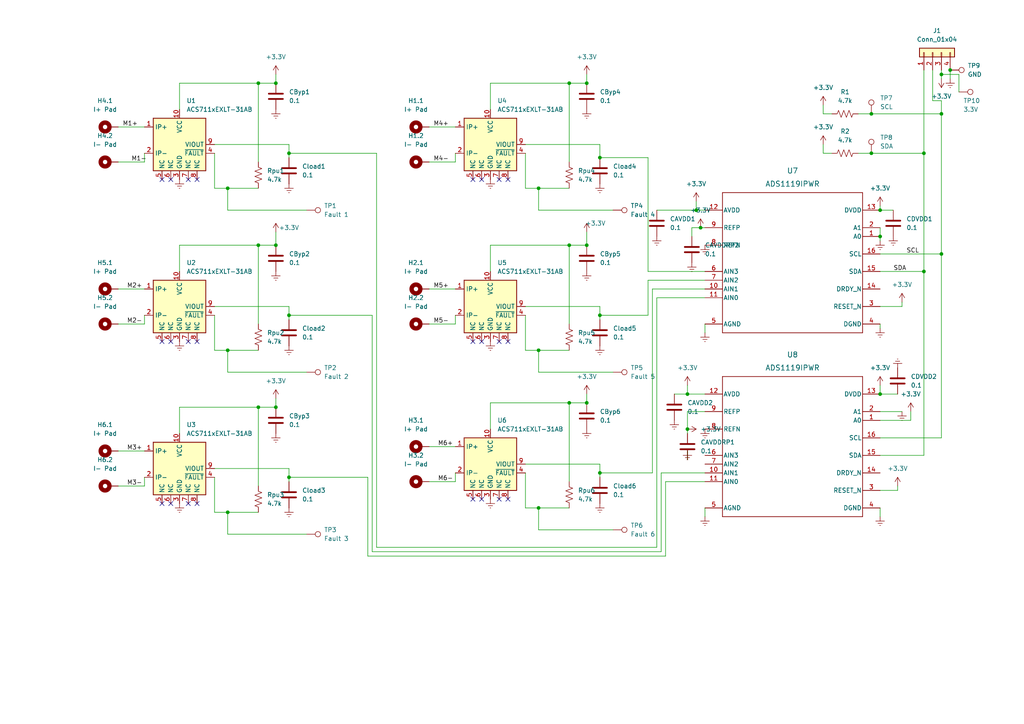
<source format=kicad_sch>
(kicad_sch (version 20230121) (generator eeschema)

  (uuid 2c607ed2-2c94-4c7a-b3fd-ab65c2c4d390)

  (paper "A4")

  (lib_symbols
    (symbol "2023-10-21_17-11-10:ADS1119IPWR" (pin_names (offset 0.254)) (in_bom yes) (on_board yes)
      (property "Reference" "U" (at 0 2.54 0)
        (effects (font (size 1.524 1.524)))
      )
      (property "Value" "ADS1119IPWR" (at 0 0 0)
        (effects (font (size 1.524 1.524)))
      )
      (property "Footprint" "PW0016A_N" (at 0 0 0)
        (effects (font (size 1.27 1.27) italic) hide)
      )
      (property "Datasheet" "ADS1119IPWR" (at 0 0 0)
        (effects (font (size 1.27 1.27) italic) hide)
      )
      (property "ki_locked" "" (at 0 0 0)
        (effects (font (size 1.27 1.27)))
      )
      (property "ki_keywords" "ADS1119IPWR" (at 0 0 0)
        (effects (font (size 1.27 1.27)) hide)
      )
      (property "ki_fp_filters" "PW0016A_N PW0016A_M PW0016A_L" (at 0 0 0)
        (effects (font (size 1.27 1.27)) hide)
      )
      (symbol "ADS1119IPWR_0_1"
        (polyline
          (pts
            (xy -20.32 -20.32)
            (xy 20.32 -20.32)
          )
          (stroke (width 0.2032) (type default))
          (fill (type none))
        )
        (polyline
          (pts
            (xy -20.32 20.32)
            (xy -20.32 -20.32)
          )
          (stroke (width 0.2032) (type default))
          (fill (type none))
        )
        (polyline
          (pts
            (xy 20.32 -20.32)
            (xy 20.32 20.32)
          )
          (stroke (width 0.2032) (type default))
          (fill (type none))
        )
        (polyline
          (pts
            (xy 20.32 20.32)
            (xy -20.32 20.32)
          )
          (stroke (width 0.2032) (type default))
          (fill (type none))
        )
        (pin input line (at 25.4 7.62 180) (length 5.08)
          (name "A0" (effects (font (size 1.27 1.27))))
          (number "1" (effects (font (size 1.27 1.27))))
        )
        (pin input line (at -25.4 -7.62 0) (length 5.08)
          (name "AIN1" (effects (font (size 1.27 1.27))))
          (number "10" (effects (font (size 1.27 1.27))))
        )
        (pin input line (at -25.4 -10.16 0) (length 5.08)
          (name "AIN0" (effects (font (size 1.27 1.27))))
          (number "11" (effects (font (size 1.27 1.27))))
        )
        (pin power_in line (at -25.4 15.24 0) (length 5.08)
          (name "AVDD" (effects (font (size 1.27 1.27))))
          (number "12" (effects (font (size 1.27 1.27))))
        )
        (pin power_in line (at 25.4 15.24 180) (length 5.08)
          (name "DVDD" (effects (font (size 1.27 1.27))))
          (number "13" (effects (font (size 1.27 1.27))))
        )
        (pin output line (at 25.4 -7.62 180) (length 5.08)
          (name "DRDY_N" (effects (font (size 1.27 1.27))))
          (number "14" (effects (font (size 1.27 1.27))))
        )
        (pin bidirectional line (at 25.4 -2.54 180) (length 5.08)
          (name "SDA" (effects (font (size 1.27 1.27))))
          (number "15" (effects (font (size 1.27 1.27))))
        )
        (pin input line (at 25.4 2.54 180) (length 5.08)
          (name "SCL" (effects (font (size 1.27 1.27))))
          (number "16" (effects (font (size 1.27 1.27))))
        )
        (pin input line (at 25.4 10.16 180) (length 5.08)
          (name "A1" (effects (font (size 1.27 1.27))))
          (number "2" (effects (font (size 1.27 1.27))))
        )
        (pin input line (at 25.4 -12.7 180) (length 5.08)
          (name "RESET_N" (effects (font (size 1.27 1.27))))
          (number "3" (effects (font (size 1.27 1.27))))
        )
        (pin power_in line (at 25.4 -17.78 180) (length 5.08)
          (name "DGND" (effects (font (size 1.27 1.27))))
          (number "4" (effects (font (size 1.27 1.27))))
        )
        (pin power_in line (at -25.4 -17.78 0) (length 5.08)
          (name "AGND" (effects (font (size 1.27 1.27))))
          (number "5" (effects (font (size 1.27 1.27))))
        )
        (pin input line (at -25.4 -2.54 0) (length 5.08)
          (name "AIN3" (effects (font (size 1.27 1.27))))
          (number "6" (effects (font (size 1.27 1.27))))
        )
        (pin input line (at -25.4 -5.08 0) (length 5.08)
          (name "AIN2" (effects (font (size 1.27 1.27))))
          (number "7" (effects (font (size 1.27 1.27))))
        )
        (pin input line (at -25.4 5.08 0) (length 5.08)
          (name "REFN" (effects (font (size 1.27 1.27))))
          (number "8" (effects (font (size 1.27 1.27))))
        )
        (pin input line (at -25.4 10.16 0) (length 5.08)
          (name "REFP" (effects (font (size 1.27 1.27))))
          (number "9" (effects (font (size 1.27 1.27))))
        )
      )
    )
    (symbol "Connector:TestPoint" (pin_numbers hide) (pin_names (offset 0.762) hide) (in_bom yes) (on_board yes)
      (property "Reference" "TP" (at 0 6.858 0)
        (effects (font (size 1.27 1.27)))
      )
      (property "Value" "TestPoint" (at 0 5.08 0)
        (effects (font (size 1.27 1.27)))
      )
      (property "Footprint" "" (at 5.08 0 0)
        (effects (font (size 1.27 1.27)) hide)
      )
      (property "Datasheet" "~" (at 5.08 0 0)
        (effects (font (size 1.27 1.27)) hide)
      )
      (property "ki_keywords" "test point tp" (at 0 0 0)
        (effects (font (size 1.27 1.27)) hide)
      )
      (property "ki_description" "test point" (at 0 0 0)
        (effects (font (size 1.27 1.27)) hide)
      )
      (property "ki_fp_filters" "Pin* Test*" (at 0 0 0)
        (effects (font (size 1.27 1.27)) hide)
      )
      (symbol "TestPoint_0_1"
        (circle (center 0 3.302) (radius 0.762)
          (stroke (width 0) (type default))
          (fill (type none))
        )
      )
      (symbol "TestPoint_1_1"
        (pin passive line (at 0 0 90) (length 2.54)
          (name "1" (effects (font (size 1.27 1.27))))
          (number "1" (effects (font (size 1.27 1.27))))
        )
      )
    )
    (symbol "Connector_Generic:Conn_01x04" (pin_names (offset 1.016) hide) (in_bom yes) (on_board yes)
      (property "Reference" "J" (at 0 5.08 0)
        (effects (font (size 1.27 1.27)))
      )
      (property "Value" "Conn_01x04" (at 0 -7.62 0)
        (effects (font (size 1.27 1.27)))
      )
      (property "Footprint" "" (at 0 0 0)
        (effects (font (size 1.27 1.27)) hide)
      )
      (property "Datasheet" "~" (at 0 0 0)
        (effects (font (size 1.27 1.27)) hide)
      )
      (property "ki_keywords" "connector" (at 0 0 0)
        (effects (font (size 1.27 1.27)) hide)
      )
      (property "ki_description" "Generic connector, single row, 01x04, script generated (kicad-library-utils/schlib/autogen/connector/)" (at 0 0 0)
        (effects (font (size 1.27 1.27)) hide)
      )
      (property "ki_fp_filters" "Connector*:*_1x??_*" (at 0 0 0)
        (effects (font (size 1.27 1.27)) hide)
      )
      (symbol "Conn_01x04_1_1"
        (rectangle (start -1.27 -4.953) (end 0 -5.207)
          (stroke (width 0.1524) (type default))
          (fill (type none))
        )
        (rectangle (start -1.27 -2.413) (end 0 -2.667)
          (stroke (width 0.1524) (type default))
          (fill (type none))
        )
        (rectangle (start -1.27 0.127) (end 0 -0.127)
          (stroke (width 0.1524) (type default))
          (fill (type none))
        )
        (rectangle (start -1.27 2.667) (end 0 2.413)
          (stroke (width 0.1524) (type default))
          (fill (type none))
        )
        (rectangle (start -1.27 3.81) (end 1.27 -6.35)
          (stroke (width 0.254) (type default))
          (fill (type background))
        )
        (pin passive line (at -5.08 2.54 0) (length 3.81)
          (name "Pin_1" (effects (font (size 1.27 1.27))))
          (number "1" (effects (font (size 1.27 1.27))))
        )
        (pin passive line (at -5.08 0 0) (length 3.81)
          (name "Pin_2" (effects (font (size 1.27 1.27))))
          (number "2" (effects (font (size 1.27 1.27))))
        )
        (pin passive line (at -5.08 -2.54 0) (length 3.81)
          (name "Pin_3" (effects (font (size 1.27 1.27))))
          (number "3" (effects (font (size 1.27 1.27))))
        )
        (pin passive line (at -5.08 -5.08 0) (length 3.81)
          (name "Pin_4" (effects (font (size 1.27 1.27))))
          (number "4" (effects (font (size 1.27 1.27))))
        )
      )
    )
    (symbol "Device:C" (pin_numbers hide) (pin_names (offset 0.254)) (in_bom yes) (on_board yes)
      (property "Reference" "C" (at 0.635 2.54 0)
        (effects (font (size 1.27 1.27)) (justify left))
      )
      (property "Value" "C" (at 0.635 -2.54 0)
        (effects (font (size 1.27 1.27)) (justify left))
      )
      (property "Footprint" "" (at 0.9652 -3.81 0)
        (effects (font (size 1.27 1.27)) hide)
      )
      (property "Datasheet" "~" (at 0 0 0)
        (effects (font (size 1.27 1.27)) hide)
      )
      (property "ki_keywords" "cap capacitor" (at 0 0 0)
        (effects (font (size 1.27 1.27)) hide)
      )
      (property "ki_description" "Unpolarized capacitor" (at 0 0 0)
        (effects (font (size 1.27 1.27)) hide)
      )
      (property "ki_fp_filters" "C_*" (at 0 0 0)
        (effects (font (size 1.27 1.27)) hide)
      )
      (symbol "C_0_1"
        (polyline
          (pts
            (xy -2.032 -0.762)
            (xy 2.032 -0.762)
          )
          (stroke (width 0.508) (type default))
          (fill (type none))
        )
        (polyline
          (pts
            (xy -2.032 0.762)
            (xy 2.032 0.762)
          )
          (stroke (width 0.508) (type default))
          (fill (type none))
        )
      )
      (symbol "C_1_1"
        (pin passive line (at 0 3.81 270) (length 2.794)
          (name "~" (effects (font (size 1.27 1.27))))
          (number "1" (effects (font (size 1.27 1.27))))
        )
        (pin passive line (at 0 -3.81 90) (length 2.794)
          (name "~" (effects (font (size 1.27 1.27))))
          (number "2" (effects (font (size 1.27 1.27))))
        )
      )
    )
    (symbol "Device:R_US" (pin_numbers hide) (pin_names (offset 0)) (in_bom yes) (on_board yes)
      (property "Reference" "R" (at 2.54 0 90)
        (effects (font (size 1.27 1.27)))
      )
      (property "Value" "R_US" (at -2.54 0 90)
        (effects (font (size 1.27 1.27)))
      )
      (property "Footprint" "" (at 1.016 -0.254 90)
        (effects (font (size 1.27 1.27)) hide)
      )
      (property "Datasheet" "~" (at 0 0 0)
        (effects (font (size 1.27 1.27)) hide)
      )
      (property "ki_keywords" "R res resistor" (at 0 0 0)
        (effects (font (size 1.27 1.27)) hide)
      )
      (property "ki_description" "Resistor, US symbol" (at 0 0 0)
        (effects (font (size 1.27 1.27)) hide)
      )
      (property "ki_fp_filters" "R_*" (at 0 0 0)
        (effects (font (size 1.27 1.27)) hide)
      )
      (symbol "R_US_0_1"
        (polyline
          (pts
            (xy 0 -2.286)
            (xy 0 -2.54)
          )
          (stroke (width 0) (type default))
          (fill (type none))
        )
        (polyline
          (pts
            (xy 0 2.286)
            (xy 0 2.54)
          )
          (stroke (width 0) (type default))
          (fill (type none))
        )
        (polyline
          (pts
            (xy 0 -0.762)
            (xy 1.016 -1.143)
            (xy 0 -1.524)
            (xy -1.016 -1.905)
            (xy 0 -2.286)
          )
          (stroke (width 0) (type default))
          (fill (type none))
        )
        (polyline
          (pts
            (xy 0 0.762)
            (xy 1.016 0.381)
            (xy 0 0)
            (xy -1.016 -0.381)
            (xy 0 -0.762)
          )
          (stroke (width 0) (type default))
          (fill (type none))
        )
        (polyline
          (pts
            (xy 0 2.286)
            (xy 1.016 1.905)
            (xy 0 1.524)
            (xy -1.016 1.143)
            (xy 0 0.762)
          )
          (stroke (width 0) (type default))
          (fill (type none))
        )
      )
      (symbol "R_US_1_1"
        (pin passive line (at 0 3.81 270) (length 1.27)
          (name "~" (effects (font (size 1.27 1.27))))
          (number "1" (effects (font (size 1.27 1.27))))
        )
        (pin passive line (at 0 -3.81 90) (length 1.27)
          (name "~" (effects (font (size 1.27 1.27))))
          (number "2" (effects (font (size 1.27 1.27))))
        )
      )
    )
    (symbol "Mechanical:MountingHole_Pad" (pin_numbers hide) (pin_names (offset 1.016) hide) (in_bom yes) (on_board yes)
      (property "Reference" "H" (at 0 6.35 0)
        (effects (font (size 1.27 1.27)))
      )
      (property "Value" "MountingHole_Pad" (at 0 4.445 0)
        (effects (font (size 1.27 1.27)))
      )
      (property "Footprint" "" (at 0 0 0)
        (effects (font (size 1.27 1.27)) hide)
      )
      (property "Datasheet" "~" (at 0 0 0)
        (effects (font (size 1.27 1.27)) hide)
      )
      (property "ki_keywords" "mounting hole" (at 0 0 0)
        (effects (font (size 1.27 1.27)) hide)
      )
      (property "ki_description" "Mounting Hole with connection" (at 0 0 0)
        (effects (font (size 1.27 1.27)) hide)
      )
      (property "ki_fp_filters" "MountingHole*Pad*" (at 0 0 0)
        (effects (font (size 1.27 1.27)) hide)
      )
      (symbol "MountingHole_Pad_0_1"
        (circle (center 0 1.27) (radius 1.27)
          (stroke (width 1.27) (type default))
          (fill (type none))
        )
      )
      (symbol "MountingHole_Pad_1_1"
        (pin input line (at 0 -2.54 90) (length 2.54)
          (name "1" (effects (font (size 1.27 1.27))))
          (number "1" (effects (font (size 1.27 1.27))))
        )
      )
    )
    (symbol "Sensor_Current:ACS711xEXLT-31AB" (in_bom yes) (on_board yes)
      (property "Reference" "U" (at 8.89 6.35 0)
        (effects (font (size 1.27 1.27)) (justify left))
      )
      (property "Value" "ACS711xEXLT-31AB" (at 8.89 3.81 0)
        (effects (font (size 1.27 1.27)) (justify left))
      )
      (property "Footprint" "Sensor_Current:Allegro_QFN-12-10-1EP_3x3mm_P0.5mm" (at 8.89 -1.27 0)
        (effects (font (size 1.27 1.27) italic) (justify left) hide)
      )
      (property "Datasheet" "http://www.allegromicro.com/~/Media/Files/Datasheets/ACS711-Datasheet.ashx" (at 0 0 0)
        (effects (font (size 1.27 1.27)) hide)
      )
      (property "ki_keywords" "hall effect current monitor sensor isolated" (at 0 0 0)
        (effects (font (size 1.27 1.27)) hide)
      )
      (property "ki_description" "±31A Bidirectional, Hall-Effect Current Sensor, +3.3V supply, 45mV/A, QFN-12" (at 0 0 0)
        (effects (font (size 1.27 1.27)) hide)
      )
      (property "ki_fp_filters" "Allegro*QFN*EP*3x3mm*P0.5mm*" (at 0 0 0)
        (effects (font (size 1.27 1.27)) hide)
      )
      (symbol "ACS711xEXLT-31AB_0_1"
        (rectangle (start -7.62 7.62) (end 7.62 -7.62)
          (stroke (width 0.254) (type default))
          (fill (type background))
        )
      )
      (symbol "ACS711xEXLT-31AB_1_1"
        (pin passive line (at -10.16 5.08 0) (length 2.54)
          (name "IP+" (effects (font (size 1.27 1.27))))
          (number "1" (effects (font (size 1.27 1.27))))
        )
        (pin power_in line (at 0 10.16 270) (length 2.54)
          (name "VCC" (effects (font (size 1.27 1.27))))
          (number "10" (effects (font (size 1.27 1.27))))
        )
        (pin passive line (at -10.16 -2.54 0) (length 2.54)
          (name "IP-" (effects (font (size 1.27 1.27))))
          (number "2" (effects (font (size 1.27 1.27))))
        )
        (pin power_in line (at 0 -10.16 90) (length 2.54)
          (name "GND" (effects (font (size 1.27 1.27))))
          (number "3" (effects (font (size 1.27 1.27))))
        )
        (pin output line (at 10.16 -2.54 180) (length 2.54)
          (name "~{FAULT}" (effects (font (size 1.27 1.27))))
          (number "4" (effects (font (size 1.27 1.27))))
        )
        (pin passive line (at -5.08 -10.16 90) (length 2.54)
          (name "NC" (effects (font (size 1.27 1.27))))
          (number "5" (effects (font (size 1.27 1.27))))
        )
        (pin passive line (at -2.54 -10.16 90) (length 2.54)
          (name "NC" (effects (font (size 1.27 1.27))))
          (number "6" (effects (font (size 1.27 1.27))))
        )
        (pin passive line (at 2.54 -10.16 90) (length 2.54)
          (name "NC" (effects (font (size 1.27 1.27))))
          (number "7" (effects (font (size 1.27 1.27))))
        )
        (pin passive line (at 5.08 -10.16 90) (length 2.54)
          (name "NC" (effects (font (size 1.27 1.27))))
          (number "8" (effects (font (size 1.27 1.27))))
        )
        (pin output line (at 10.16 0 180) (length 2.54)
          (name "VIOUT" (effects (font (size 1.27 1.27))))
          (number "9" (effects (font (size 1.27 1.27))))
        )
      )
    )
    (symbol "power:+3.3V" (power) (pin_names (offset 0)) (in_bom yes) (on_board yes)
      (property "Reference" "#PWR" (at 0 -3.81 0)
        (effects (font (size 1.27 1.27)) hide)
      )
      (property "Value" "+3.3V" (at 0 3.556 0)
        (effects (font (size 1.27 1.27)))
      )
      (property "Footprint" "" (at 0 0 0)
        (effects (font (size 1.27 1.27)) hide)
      )
      (property "Datasheet" "" (at 0 0 0)
        (effects (font (size 1.27 1.27)) hide)
      )
      (property "ki_keywords" "power-flag" (at 0 0 0)
        (effects (font (size 1.27 1.27)) hide)
      )
      (property "ki_description" "Power symbol creates a global label with name \"+3.3V\"" (at 0 0 0)
        (effects (font (size 1.27 1.27)) hide)
      )
      (symbol "+3.3V_0_1"
        (polyline
          (pts
            (xy -0.762 1.27)
            (xy 0 2.54)
          )
          (stroke (width 0) (type default))
          (fill (type none))
        )
        (polyline
          (pts
            (xy 0 0)
            (xy 0 2.54)
          )
          (stroke (width 0) (type default))
          (fill (type none))
        )
        (polyline
          (pts
            (xy 0 2.54)
            (xy 0.762 1.27)
          )
          (stroke (width 0) (type default))
          (fill (type none))
        )
      )
      (symbol "+3.3V_1_1"
        (pin power_in line (at 0 0 90) (length 0) hide
          (name "+3.3V" (effects (font (size 1.27 1.27))))
          (number "1" (effects (font (size 1.27 1.27))))
        )
      )
    )
    (symbol "power:Earth" (power) (pin_names (offset 0)) (in_bom yes) (on_board yes)
      (property "Reference" "#PWR" (at 0 -6.35 0)
        (effects (font (size 1.27 1.27)) hide)
      )
      (property "Value" "Earth" (at 0 -3.81 0)
        (effects (font (size 1.27 1.27)) hide)
      )
      (property "Footprint" "" (at 0 0 0)
        (effects (font (size 1.27 1.27)) hide)
      )
      (property "Datasheet" "~" (at 0 0 0)
        (effects (font (size 1.27 1.27)) hide)
      )
      (property "ki_keywords" "power-flag ground gnd" (at 0 0 0)
        (effects (font (size 1.27 1.27)) hide)
      )
      (property "ki_description" "Power symbol creates a global label with name \"Earth\"" (at 0 0 0)
        (effects (font (size 1.27 1.27)) hide)
      )
      (symbol "Earth_0_1"
        (polyline
          (pts
            (xy -0.635 -1.905)
            (xy 0.635 -1.905)
          )
          (stroke (width 0) (type default))
          (fill (type none))
        )
        (polyline
          (pts
            (xy -0.127 -2.54)
            (xy 0.127 -2.54)
          )
          (stroke (width 0) (type default))
          (fill (type none))
        )
        (polyline
          (pts
            (xy 0 -1.27)
            (xy 0 0)
          )
          (stroke (width 0) (type default))
          (fill (type none))
        )
        (polyline
          (pts
            (xy 1.27 -1.27)
            (xy -1.27 -1.27)
          )
          (stroke (width 0) (type default))
          (fill (type none))
        )
      )
      (symbol "Earth_1_1"
        (pin power_in line (at 0 0 270) (length 0) hide
          (name "Earth" (effects (font (size 1.27 1.27))))
          (number "1" (effects (font (size 1.27 1.27))))
        )
      )
    )
  )

  (junction (at 201.93 60.96) (diameter 0) (color 0 0 0 0)
    (uuid 011d29b4-3005-4639-8157-ee0d0eed0535)
  )
  (junction (at 267.97 44.45) (diameter 0) (color 0 0 0 0)
    (uuid 0de63706-4d6f-404a-b71c-ff3dca4bbf0a)
  )
  (junction (at 273.05 33.02) (diameter 0) (color 0 0 0 0)
    (uuid 28ad2a28-aa2b-4799-8fd7-e36be506075a)
  )
  (junction (at 80.01 118.11) (diameter 0) (color 0 0 0 0)
    (uuid 2efb4ee4-f5db-493b-b2a2-6c4e6c869b71)
  )
  (junction (at 156.21 54.61) (diameter 0) (color 0 0 0 0)
    (uuid 2f4ea655-7fc9-4333-9156-38a12424128e)
  )
  (junction (at 165.1 24.13) (diameter 0) (color 0 0 0 0)
    (uuid 30e397e1-e045-4b73-8846-c134c5a2a705)
  )
  (junction (at 275.59 20.32) (diameter 0) (color 0 0 0 0)
    (uuid 3338730a-9ef8-430d-8d8d-8d580c74dd35)
  )
  (junction (at 83.82 91.44) (diameter 0) (color 0 0 0 0)
    (uuid 358bfc38-39de-4d45-ab1b-c47783522888)
  )
  (junction (at 83.82 44.45) (diameter 0) (color 0 0 0 0)
    (uuid 3ff52d75-ce53-446b-bc89-87f90cc30831)
  )
  (junction (at 66.04 101.6) (diameter 0) (color 0 0 0 0)
    (uuid 41089559-c0a9-49fb-9e33-0369ed21fb63)
  )
  (junction (at 74.93 71.12) (diameter 0) (color 0 0 0 0)
    (uuid 45c2c14f-56d9-4213-837b-f092a1ff032b)
  )
  (junction (at 173.99 45.72) (diameter 0) (color 0 0 0 0)
    (uuid 4717a412-95ad-428a-a1dc-08701512b2c7)
  )
  (junction (at 165.1 116.84) (diameter 0) (color 0 0 0 0)
    (uuid 5eceb16b-61e0-4c92-b2ae-55ee399c1112)
  )
  (junction (at 165.1 71.12) (diameter 0) (color 0 0 0 0)
    (uuid 646f7b02-873c-4eae-aced-5e361c24e0af)
  )
  (junction (at 273.05 73.66) (diameter 0) (color 0 0 0 0)
    (uuid 66ad7d70-fd60-40b4-b6e4-db7bfbed99c3)
  )
  (junction (at 252.73 33.02) (diameter 0) (color 0 0 0 0)
    (uuid 69cea3cb-8c0c-483c-b300-4efdced12f35)
  )
  (junction (at 255.27 60.96) (diameter 0) (color 0 0 0 0)
    (uuid 74601d8c-4ffc-49ce-8521-bfe97115447b)
  )
  (junction (at 267.97 78.74) (diameter 0) (color 0 0 0 0)
    (uuid 7acce879-66d4-4d9a-ace7-8cab9e7a4273)
  )
  (junction (at 173.99 137.16) (diameter 0) (color 0 0 0 0)
    (uuid 7b82f65a-fa0b-419c-86dd-8a4bda2aa503)
  )
  (junction (at 83.82 138.43) (diameter 0) (color 0 0 0 0)
    (uuid 7c233ed7-7fd1-46f2-aec1-5019adb610b6)
  )
  (junction (at 199.39 114.3) (diameter 0) (color 0 0 0 0)
    (uuid 879c4398-7a3d-4fa6-be01-6ec3e88f39ff)
  )
  (junction (at 173.99 91.44) (diameter 0) (color 0 0 0 0)
    (uuid 8fd70524-1590-4459-8967-75dcf25faf1e)
  )
  (junction (at 170.18 116.84) (diameter 0) (color 0 0 0 0)
    (uuid 9864a7c9-3f8b-4f88-810d-55e7a7aaebfc)
  )
  (junction (at 74.93 24.13) (diameter 0) (color 0 0 0 0)
    (uuid 9e03305f-8314-49d6-ba8c-584e29380cef)
  )
  (junction (at 255.27 68.58) (diameter 0) (color 0 0 0 0)
    (uuid a5a880aa-67c0-41b2-a57c-6a6eff4f15ec)
  )
  (junction (at 199.39 124.46) (diameter 0) (color 0 0 0 0)
    (uuid a9d25428-5213-4c28-99ef-88283b513fb3)
  )
  (junction (at 255.27 114.3) (diameter 0) (color 0 0 0 0)
    (uuid ad023e61-652d-4446-aaac-514c34d5c05d)
  )
  (junction (at 203.2 66.04) (diameter 0) (color 0 0 0 0)
    (uuid b478dbef-8c8d-40ff-8cf2-19c4428d2d07)
  )
  (junction (at 170.18 71.12) (diameter 0) (color 0 0 0 0)
    (uuid b4fbd6d8-48b8-4f88-9db2-e9c117595699)
  )
  (junction (at 80.01 24.13) (diameter 0) (color 0 0 0 0)
    (uuid bf177833-789b-465a-a1fe-92c8baaf9298)
  )
  (junction (at 66.04 148.59) (diameter 0) (color 0 0 0 0)
    (uuid bf91bb82-dd40-496b-a672-8ed58b842e95)
  )
  (junction (at 74.93 118.11) (diameter 0) (color 0 0 0 0)
    (uuid c6651f66-8a9f-4417-bdaf-9fe3e7a703b4)
  )
  (junction (at 170.18 24.13) (diameter 0) (color 0 0 0 0)
    (uuid d0c2bc9f-0046-4429-8b29-fb525fe9eab3)
  )
  (junction (at 80.01 71.12) (diameter 0) (color 0 0 0 0)
    (uuid d354452b-e012-483e-bf34-8d5b62e395e5)
  )
  (junction (at 156.21 147.32) (diameter 0) (color 0 0 0 0)
    (uuid dab35660-810b-400f-9b40-afc608ec5008)
  )
  (junction (at 252.73 44.45) (diameter 0) (color 0 0 0 0)
    (uuid df5416c2-32d1-4c2f-b721-c60b515084b9)
  )
  (junction (at 66.04 54.61) (diameter 0) (color 0 0 0 0)
    (uuid ebe7b3f2-8b04-41b4-b92d-825bc839f731)
  )
  (junction (at 273.05 21.59) (diameter 0) (color 0 0 0 0)
    (uuid f41f4411-7cd9-4f9b-8048-4cb2bc05b959)
  )
  (junction (at 156.21 101.6) (diameter 0) (color 0 0 0 0)
    (uuid f43762c9-422f-40ef-b8f3-6f015a310379)
  )

  (no_connect (at 57.15 146.05) (uuid 0288fbd2-f80c-4ed8-9895-05610c22920f))
  (no_connect (at 139.7 99.06) (uuid 0dfd9e1f-fae5-4004-b0f0-7cea92b3a926))
  (no_connect (at 147.32 52.07) (uuid 12849ad4-fd14-4a2b-8a5b-db7d0e819fc0))
  (no_connect (at 46.99 146.05) (uuid 27f53e20-bc83-4035-bfb3-036a78b64516))
  (no_connect (at 49.53 99.06) (uuid 2dd3499f-74aa-437f-bfbd-ba2b81626884))
  (no_connect (at 137.16 99.06) (uuid 4074ec90-4972-4c06-97af-610b1121f52c))
  (no_connect (at 54.61 146.05) (uuid 46859e08-1d1e-4398-8385-5e2201c4e365))
  (no_connect (at 147.32 99.06) (uuid 4d31a2f6-42a6-4ee8-84b6-83b9b599d7c3))
  (no_connect (at 137.16 144.78) (uuid 5a4151f0-2062-4203-b6f4-4fa24f52fb3f))
  (no_connect (at 144.78 144.78) (uuid 5f84969b-0a09-41fb-a032-f9303139e230))
  (no_connect (at 139.7 52.07) (uuid 813f02d8-405c-4fa8-8737-fa11d342a02a))
  (no_connect (at 54.61 52.07) (uuid 85de5dab-a40f-47b0-abc6-e10e56676dea))
  (no_connect (at 139.7 144.78) (uuid a044c281-dcd9-466b-bfe0-5bd25ded2656))
  (no_connect (at 49.53 52.07) (uuid aa76aa85-d805-4a2d-a106-1df744465565))
  (no_connect (at 147.32 144.78) (uuid b3c950b6-b507-4be6-9ace-052c9cec9579))
  (no_connect (at 57.15 52.07) (uuid b45dd53e-dbc9-4ac1-bd28-e3a1ab47e942))
  (no_connect (at 49.53 146.05) (uuid b5f8eab1-02a2-4622-9bf6-1de44d1499ee))
  (no_connect (at 137.16 52.07) (uuid b6728eb1-5a35-41f8-b711-ca90a7846269))
  (no_connect (at 46.99 99.06) (uuid b8abb39d-f1dd-4b38-bcd8-ffac3ca08601))
  (no_connect (at 57.15 99.06) (uuid dfc5e0f4-0be4-4cc4-92d4-c697df523bde))
  (no_connect (at 54.61 99.06) (uuid e4220907-5eb1-4581-99d9-51b74101eda5))
  (no_connect (at 144.78 99.06) (uuid e5f9e898-005c-4de8-b57e-ad8f8c05c619))
  (no_connect (at 144.78 52.07) (uuid f0578b0b-64cc-43e7-918d-a2e8d8a76961))
  (no_connect (at 46.99 52.07) (uuid f7d6c1e6-36c4-4b36-97d2-3a914458391b))

  (wire (pts (xy 238.76 41.91) (xy 238.76 44.45))
    (stroke (width 0) (type default))
    (uuid 012a58f2-5696-42ea-a46b-c83ce6ec897d)
  )
  (wire (pts (xy 52.07 71.12) (xy 74.93 71.12))
    (stroke (width 0) (type default))
    (uuid 04eb2801-6555-4fdd-921e-df1047c2f616)
  )
  (wire (pts (xy 74.93 71.12) (xy 74.93 93.98))
    (stroke (width 0) (type default))
    (uuid 054db391-745c-49a0-9b6c-cc3b5bd08a51)
  )
  (wire (pts (xy 255.27 114.3) (xy 260.35 114.3))
    (stroke (width 0) (type default))
    (uuid 0604afa9-8dad-4dcb-bd0d-36751f1354b7)
  )
  (wire (pts (xy 152.4 44.45) (xy 152.4 54.61))
    (stroke (width 0) (type default))
    (uuid 081ea0d4-45be-4fc4-acc2-e0e3d7037f3f)
  )
  (wire (pts (xy 66.04 154.94) (xy 88.9 154.94))
    (stroke (width 0) (type default))
    (uuid 091b77fc-e68b-431a-a7b5-89013ae7ab74)
  )
  (wire (pts (xy 255.27 147.32) (xy 255.27 149.86))
    (stroke (width 0) (type default))
    (uuid 098ecf17-50dd-4ca7-a76d-3a254be163bc)
  )
  (wire (pts (xy 52.07 118.11) (xy 74.93 118.11))
    (stroke (width 0) (type default))
    (uuid 09d7843e-49a1-4c91-8ccd-eb0340f71f54)
  )
  (wire (pts (xy 273.05 29.21) (xy 270.51 29.21))
    (stroke (width 0) (type default))
    (uuid 0e90908f-81ba-4f69-a647-cc303a465767)
  )
  (wire (pts (xy 170.18 67.31) (xy 170.18 71.12))
    (stroke (width 0) (type default))
    (uuid 0ec4005d-5722-456e-a12f-503fa5dd1f94)
  )
  (wire (pts (xy 83.82 44.45) (xy 109.22 44.45))
    (stroke (width 0) (type default))
    (uuid 0fde6b49-8790-49ab-9f80-d1a98c316e24)
  )
  (wire (pts (xy 106.68 161.29) (xy 193.04 161.29))
    (stroke (width 0) (type default))
    (uuid 10daba1a-0b4b-4f93-b3c6-6eb5e4571e02)
  )
  (wire (pts (xy 173.99 134.62) (xy 173.99 137.16))
    (stroke (width 0) (type default))
    (uuid 1278519f-e351-4037-9e76-985c745750c4)
  )
  (wire (pts (xy 260.35 142.24) (xy 260.35 140.97))
    (stroke (width 0) (type default))
    (uuid 13b5639b-cb8d-4ffc-8225-8bab94809fee)
  )
  (wire (pts (xy 273.05 127) (xy 273.05 73.66))
    (stroke (width 0) (type default))
    (uuid 17eb96da-04e2-4c77-bd1b-8f0a881b0716)
  )
  (wire (pts (xy 204.47 119.38) (xy 199.39 119.38))
    (stroke (width 0) (type default))
    (uuid 192d8d5f-3300-477e-ac58-df5b5af937d0)
  )
  (wire (pts (xy 273.05 73.66) (xy 273.05 33.02))
    (stroke (width 0) (type default))
    (uuid 19751df3-f467-4b37-8715-bb55b9635649)
  )
  (wire (pts (xy 124.46 83.82) (xy 132.08 83.82))
    (stroke (width 0) (type default))
    (uuid 1a71f13b-ed2d-482b-a293-5999ed12e0ed)
  )
  (wire (pts (xy 170.18 114.3) (xy 170.18 116.84))
    (stroke (width 0) (type default))
    (uuid 1ce32257-bbb2-4e8b-9a02-37f6ebda09df)
  )
  (wire (pts (xy 173.99 137.16) (xy 189.23 137.16))
    (stroke (width 0) (type default))
    (uuid 2598fe5d-33a9-4706-97c3-347a6a9ce6da)
  )
  (wire (pts (xy 34.29 36.83) (xy 41.91 36.83))
    (stroke (width 0) (type default))
    (uuid 26921152-4180-4c0c-bc67-dea3ec5f2325)
  )
  (wire (pts (xy 199.39 119.38) (xy 199.39 124.46))
    (stroke (width 0) (type default))
    (uuid 2b50a709-5fdb-41b3-9daa-35199bf2e584)
  )
  (wire (pts (xy 62.23 101.6) (xy 66.04 101.6))
    (stroke (width 0) (type default))
    (uuid 2df07a4c-85ab-4a63-b48d-eccebaa001b8)
  )
  (wire (pts (xy 66.04 60.96) (xy 88.9 60.96))
    (stroke (width 0) (type default))
    (uuid 2e6d6583-b4f5-48c4-88c9-5b0826cd08e0)
  )
  (wire (pts (xy 187.96 78.74) (xy 204.47 78.74))
    (stroke (width 0) (type default))
    (uuid 313ea32c-6b82-4bb3-81a8-d3ebd51f4d53)
  )
  (wire (pts (xy 83.82 138.43) (xy 83.82 139.7))
    (stroke (width 0) (type default))
    (uuid 31b5f88c-e49b-46f5-b6e3-24f6055dc585)
  )
  (wire (pts (xy 261.62 88.9) (xy 261.62 87.63))
    (stroke (width 0) (type default))
    (uuid 33811aaf-35ec-4cf9-9fb6-281e2dc9000c)
  )
  (wire (pts (xy 201.93 58.42) (xy 201.93 60.96))
    (stroke (width 0) (type default))
    (uuid 34008aeb-dd28-498c-9a1d-7d3e06a6e788)
  )
  (wire (pts (xy 62.23 88.9) (xy 83.82 88.9))
    (stroke (width 0) (type default))
    (uuid 3441a8a9-b6e4-4736-816c-926b84e8677d)
  )
  (wire (pts (xy 124.46 36.83) (xy 132.08 36.83))
    (stroke (width 0) (type default))
    (uuid 352499c0-4199-4be9-8b12-3c31e5decb96)
  )
  (wire (pts (xy 109.22 158.75) (xy 190.5 158.75))
    (stroke (width 0) (type default))
    (uuid 35662fca-69f3-4e40-8bb2-c3ac312cf63f)
  )
  (wire (pts (xy 156.21 54.61) (xy 165.1 54.61))
    (stroke (width 0) (type default))
    (uuid 370c9d4e-95d0-402f-a605-db03be19c889)
  )
  (wire (pts (xy 204.47 93.98) (xy 204.47 96.52))
    (stroke (width 0) (type default))
    (uuid 3904607f-a227-45cf-a457-4b67701561d9)
  )
  (wire (pts (xy 83.82 135.89) (xy 83.82 138.43))
    (stroke (width 0) (type default))
    (uuid 39159848-343c-47c7-bbd8-447cc01af859)
  )
  (wire (pts (xy 106.68 138.43) (xy 106.68 161.29))
    (stroke (width 0) (type default))
    (uuid 39612836-47be-403f-b59d-dca3f32cc860)
  )
  (wire (pts (xy 52.07 125.73) (xy 52.07 118.11))
    (stroke (width 0) (type default))
    (uuid 39deced0-5ea3-4a72-8b8d-65c20aa44018)
  )
  (wire (pts (xy 34.29 46.99) (xy 41.91 46.99))
    (stroke (width 0) (type default))
    (uuid 3b6b33c3-0a33-4107-9730-34c71623bc10)
  )
  (wire (pts (xy 52.07 24.13) (xy 74.93 24.13))
    (stroke (width 0) (type default))
    (uuid 3b8c3e21-5498-4290-9c24-562fd527eb2e)
  )
  (wire (pts (xy 66.04 148.59) (xy 74.93 148.59))
    (stroke (width 0) (type default))
    (uuid 3f7c909b-dabc-4150-a23b-0566dd957b94)
  )
  (wire (pts (xy 203.2 66.04) (xy 200.66 66.04))
    (stroke (width 0) (type default))
    (uuid 41b9e0d3-e5d3-4164-9a8c-a21a024d562c)
  )
  (wire (pts (xy 83.82 88.9) (xy 83.82 91.44))
    (stroke (width 0) (type default))
    (uuid 4452693e-ccd4-4cf2-a6da-fe9e2e6d2edb)
  )
  (wire (pts (xy 255.27 93.98) (xy 255.27 95.25))
    (stroke (width 0) (type default))
    (uuid 45aee4c8-7568-4863-987e-c0d439ab8f59)
  )
  (wire (pts (xy 252.73 44.45) (xy 267.97 44.45))
    (stroke (width 0) (type default))
    (uuid 46cc633d-7bec-436f-b4ad-146ce55670db)
  )
  (wire (pts (xy 248.92 33.02) (xy 252.73 33.02))
    (stroke (width 0) (type default))
    (uuid 47bb1880-c4e8-41dd-acb7-1dda8a94a78f)
  )
  (wire (pts (xy 191.77 160.02) (xy 191.77 137.16))
    (stroke (width 0) (type default))
    (uuid 47d14441-45a0-4966-b88c-313670818b93)
  )
  (wire (pts (xy 156.21 153.67) (xy 177.8 153.67))
    (stroke (width 0) (type default))
    (uuid 4ae36dd2-3920-4f8e-88e7-7e0b6b9a3cd6)
  )
  (wire (pts (xy 270.51 20.32) (xy 270.51 29.21))
    (stroke (width 0) (type default))
    (uuid 4b9beb17-587f-495d-8d29-9bf7d582a460)
  )
  (wire (pts (xy 52.07 78.74) (xy 52.07 71.12))
    (stroke (width 0) (type default))
    (uuid 4f0208c9-04a1-4747-8410-3185aed0547b)
  )
  (wire (pts (xy 62.23 54.61) (xy 66.04 54.61))
    (stroke (width 0) (type default))
    (uuid 52d89eed-d25e-4371-b3ad-f55a74debbc4)
  )
  (wire (pts (xy 152.4 147.32) (xy 156.21 147.32))
    (stroke (width 0) (type default))
    (uuid 53c8431a-538c-4291-acfb-4de3e2c84246)
  )
  (wire (pts (xy 255.27 73.66) (xy 273.05 73.66))
    (stroke (width 0) (type default))
    (uuid 5589260d-7b1e-4025-98d3-f84cf02dc2b0)
  )
  (wire (pts (xy 255.27 88.9) (xy 261.62 88.9))
    (stroke (width 0) (type default))
    (uuid 57a3c6be-96fc-4cf4-a7e3-409f44923045)
  )
  (wire (pts (xy 187.96 91.44) (xy 187.96 81.28))
    (stroke (width 0) (type default))
    (uuid 5b3a42ed-2eb6-4785-9f7d-077ec97bce53)
  )
  (wire (pts (xy 238.76 33.02) (xy 238.76 30.48))
    (stroke (width 0) (type default))
    (uuid 5eaa5ae0-6798-4fb3-a3e2-75eb04f78cdb)
  )
  (wire (pts (xy 195.58 114.3) (xy 199.39 114.3))
    (stroke (width 0) (type default))
    (uuid 6039f588-2e44-474c-9482-6b582eac7cc7)
  )
  (wire (pts (xy 152.4 88.9) (xy 173.99 88.9))
    (stroke (width 0) (type default))
    (uuid 60fdc820-5a32-4be4-9e63-b14dfb2c26d0)
  )
  (wire (pts (xy 74.93 24.13) (xy 80.01 24.13))
    (stroke (width 0) (type default))
    (uuid 61a38ff7-4597-41e9-84f6-4ee214afcf7b)
  )
  (wire (pts (xy 204.47 66.04) (xy 203.2 66.04))
    (stroke (width 0) (type default))
    (uuid 630e0479-1153-49a8-8950-98e809cd9ee3)
  )
  (wire (pts (xy 199.39 124.46) (xy 199.39 125.73))
    (stroke (width 0) (type default))
    (uuid 64326464-e882-475d-856f-73dfcfc5d493)
  )
  (wire (pts (xy 165.1 71.12) (xy 165.1 93.98))
    (stroke (width 0) (type default))
    (uuid 64427a4f-54ff-431c-84e8-a398238b18fa)
  )
  (wire (pts (xy 255.27 68.58) (xy 255.27 69.85))
    (stroke (width 0) (type default))
    (uuid 65fa873e-b6a4-46d9-93b8-31f2e7f73169)
  )
  (wire (pts (xy 83.82 41.91) (xy 83.82 44.45))
    (stroke (width 0) (type default))
    (uuid 662b0f01-7654-4444-9e13-174b02b821c8)
  )
  (wire (pts (xy 173.99 88.9) (xy 173.99 91.44))
    (stroke (width 0) (type default))
    (uuid 676015a2-fadb-4696-89b4-f6b84cfeb775)
  )
  (wire (pts (xy 156.21 101.6) (xy 156.21 107.95))
    (stroke (width 0) (type default))
    (uuid 68cd49ec-2d1f-4fe0-a802-52475dcb32c2)
  )
  (wire (pts (xy 52.07 31.75) (xy 52.07 24.13))
    (stroke (width 0) (type default))
    (uuid 6a1407e3-fbf6-4817-8e56-69acbae628bb)
  )
  (wire (pts (xy 273.05 22.86) (xy 273.05 21.59))
    (stroke (width 0) (type default))
    (uuid 6ad5256b-b362-4861-9515-a38c3e699369)
  )
  (wire (pts (xy 142.24 71.12) (xy 165.1 71.12))
    (stroke (width 0) (type default))
    (uuid 6b5804ac-c967-4f7b-853d-0dcad8204b72)
  )
  (wire (pts (xy 173.99 91.44) (xy 187.96 91.44))
    (stroke (width 0) (type default))
    (uuid 6c1e7b3a-6549-42c7-a704-458423b4a816)
  )
  (wire (pts (xy 152.4 91.44) (xy 152.4 101.6))
    (stroke (width 0) (type default))
    (uuid 6c9dacce-112c-455f-a4e4-a4f4edb468e4)
  )
  (wire (pts (xy 252.73 33.02) (xy 273.05 33.02))
    (stroke (width 0) (type default))
    (uuid 6cf5ece3-5930-4b74-af17-cf97b196b88c)
  )
  (wire (pts (xy 74.93 71.12) (xy 80.01 71.12))
    (stroke (width 0) (type default))
    (uuid 6d3998dd-ac3e-43d6-98e1-c9c84b7f32a7)
  )
  (wire (pts (xy 156.21 147.32) (xy 165.1 147.32))
    (stroke (width 0) (type default))
    (uuid 6f47aba2-e2eb-4b63-9b3c-8dd0ee459d89)
  )
  (wire (pts (xy 62.23 44.45) (xy 62.23 54.61))
    (stroke (width 0) (type default))
    (uuid 6fd7b1ad-ff8b-46ec-a2ea-dca5d7ad6d0d)
  )
  (wire (pts (xy 170.18 21.59) (xy 170.18 24.13))
    (stroke (width 0) (type default))
    (uuid 6ffe01fd-3427-46bc-911a-ed5867ae6942)
  )
  (wire (pts (xy 62.23 138.43) (xy 62.23 148.59))
    (stroke (width 0) (type default))
    (uuid 7368329e-72b3-4c2e-9f6a-e373eb66edd5)
  )
  (wire (pts (xy 34.29 93.98) (xy 41.91 93.98))
    (stroke (width 0) (type default))
    (uuid 76d5e490-45b4-46fc-bd2d-c5e861c1c52d)
  )
  (wire (pts (xy 152.4 54.61) (xy 156.21 54.61))
    (stroke (width 0) (type default))
    (uuid 79d44cfd-257c-4afd-9911-1c1f08ebf129)
  )
  (wire (pts (xy 152.4 41.91) (xy 173.99 41.91))
    (stroke (width 0) (type default))
    (uuid 7a149ba5-b2d8-47e9-a281-2683026ec066)
  )
  (wire (pts (xy 189.23 137.16) (xy 189.23 83.82))
    (stroke (width 0) (type default))
    (uuid 7ab7126f-3059-4f20-b9a6-7f52698dd476)
  )
  (wire (pts (xy 241.3 33.02) (xy 238.76 33.02))
    (stroke (width 0) (type default))
    (uuid 7d3baf0f-2a8b-40af-8ef0-caa8cbdec222)
  )
  (wire (pts (xy 204.47 147.32) (xy 204.47 149.86))
    (stroke (width 0) (type default))
    (uuid 7d615d96-8e2a-4dd1-a5ca-2aead7503205)
  )
  (wire (pts (xy 83.82 91.44) (xy 107.95 91.44))
    (stroke (width 0) (type default))
    (uuid 7eb424eb-fe44-4cda-8567-f94db3f89ccf)
  )
  (wire (pts (xy 255.27 59.69) (xy 255.27 60.96))
    (stroke (width 0) (type default))
    (uuid 7f940534-9f35-41ec-9d4e-5df860c72185)
  )
  (wire (pts (xy 41.91 91.44) (xy 41.91 93.98))
    (stroke (width 0) (type default))
    (uuid 81357092-c049-4bc3-9966-239f5b95d8f3)
  )
  (wire (pts (xy 267.97 44.45) (xy 267.97 78.74))
    (stroke (width 0) (type default))
    (uuid 81d81399-f098-49fb-9e00-8bedc23c0e8e)
  )
  (wire (pts (xy 132.08 44.45) (xy 132.08 46.99))
    (stroke (width 0) (type default))
    (uuid 82192d8c-5821-415f-b99b-d06bf178cc65)
  )
  (wire (pts (xy 165.1 24.13) (xy 170.18 24.13))
    (stroke (width 0) (type default))
    (uuid 82a90b25-43c7-47f3-a0ad-376bff9a4dce)
  )
  (wire (pts (xy 66.04 107.95) (xy 88.9 107.95))
    (stroke (width 0) (type default))
    (uuid 835b4b3a-5886-444d-8c66-a00a91dc567c)
  )
  (wire (pts (xy 173.99 41.91) (xy 173.99 45.72))
    (stroke (width 0) (type default))
    (uuid 83f9356b-c76a-48d4-99fe-0403043bc3cd)
  )
  (wire (pts (xy 255.27 66.04) (xy 255.27 68.58))
    (stroke (width 0) (type default))
    (uuid 8a2957a3-4942-427b-b39a-19d79059fd82)
  )
  (wire (pts (xy 255.27 60.96) (xy 259.08 60.96))
    (stroke (width 0) (type default))
    (uuid 8a6ac0fd-de43-43bf-9113-13f8524786dc)
  )
  (wire (pts (xy 199.39 111.76) (xy 199.39 114.3))
    (stroke (width 0) (type default))
    (uuid 8b77f417-c069-4703-9ab7-4a9bc32623c1)
  )
  (wire (pts (xy 273.05 33.02) (xy 273.05 29.21))
    (stroke (width 0) (type default))
    (uuid 8d90f4df-ba8a-4c18-b3aa-7f2037c6f194)
  )
  (wire (pts (xy 273.05 21.59) (xy 273.05 20.32))
    (stroke (width 0) (type default))
    (uuid 8daa97d6-2468-4e9d-8336-70623a3179be)
  )
  (wire (pts (xy 156.21 147.32) (xy 156.21 153.67))
    (stroke (width 0) (type default))
    (uuid 8e67ee21-a508-46b4-ad1a-d42e58a02e7e)
  )
  (wire (pts (xy 264.16 119.38) (xy 264.16 121.92))
    (stroke (width 0) (type default))
    (uuid 90c6d3a8-1477-4bfc-8392-5d2eaa6d1dc9)
  )
  (wire (pts (xy 255.27 121.92) (xy 264.16 121.92))
    (stroke (width 0) (type default))
    (uuid 91ada854-bb5b-4c4c-a912-2b5e6f6a0493)
  )
  (wire (pts (xy 142.24 31.75) (xy 142.24 24.13))
    (stroke (width 0) (type default))
    (uuid 91e3681a-8503-4400-b487-ceacfd5d3ae5)
  )
  (wire (pts (xy 200.66 66.04) (xy 200.66 68.58))
    (stroke (width 0) (type default))
    (uuid 93257b42-646a-47f1-b438-582567fa0857)
  )
  (wire (pts (xy 41.91 138.43) (xy 41.91 140.97))
    (stroke (width 0) (type default))
    (uuid 93586619-8bcc-4642-8e8a-2ae491e7b0c1)
  )
  (wire (pts (xy 74.93 118.11) (xy 80.01 118.11))
    (stroke (width 0) (type default))
    (uuid 935b6360-526d-403d-918f-774247e086d2)
  )
  (wire (pts (xy 132.08 91.44) (xy 132.08 93.98))
    (stroke (width 0) (type default))
    (uuid 94f5804c-b196-45c4-bbad-15c873d8a522)
  )
  (wire (pts (xy 248.92 44.45) (xy 252.73 44.45))
    (stroke (width 0) (type default))
    (uuid 95097867-7010-4b58-a42f-cabdbb592584)
  )
  (wire (pts (xy 66.04 54.61) (xy 74.93 54.61))
    (stroke (width 0) (type default))
    (uuid 96730271-c25f-45b5-a441-645edd50fddf)
  )
  (wire (pts (xy 156.21 107.95) (xy 177.8 107.95))
    (stroke (width 0) (type default))
    (uuid 96fa8e1a-5953-46bc-8728-9ff092f49b7d)
  )
  (wire (pts (xy 193.04 161.29) (xy 193.04 139.7))
    (stroke (width 0) (type default))
    (uuid 972e61d5-cff9-4560-b6f0-8536e16bd33f)
  )
  (wire (pts (xy 191.77 137.16) (xy 204.47 137.16))
    (stroke (width 0) (type default))
    (uuid 9a62ba99-65cd-4f11-89f7-c440f2fc850f)
  )
  (wire (pts (xy 156.21 54.61) (xy 156.21 60.96))
    (stroke (width 0) (type default))
    (uuid 9b179b63-c162-4fda-8627-c4ae67aa1c44)
  )
  (wire (pts (xy 255.27 127) (xy 273.05 127))
    (stroke (width 0) (type default))
    (uuid 9ba52f0e-7ae2-4040-98f1-a71c41813027)
  )
  (wire (pts (xy 255.27 132.08) (xy 267.97 132.08))
    (stroke (width 0) (type default))
    (uuid 9d6b5bc3-caa3-4cbb-aebe-a000df2cf3fe)
  )
  (wire (pts (xy 278.13 21.59) (xy 273.05 21.59))
    (stroke (width 0) (type default))
    (uuid 9ed6cb48-3afa-414c-9f1a-b4892991168a)
  )
  (wire (pts (xy 165.1 71.12) (xy 170.18 71.12))
    (stroke (width 0) (type default))
    (uuid a268db94-fccc-497b-935a-76f63936a2f5)
  )
  (wire (pts (xy 156.21 60.96) (xy 177.8 60.96))
    (stroke (width 0) (type default))
    (uuid a34363bb-eecc-45fb-bbc7-534f82d4b58f)
  )
  (wire (pts (xy 199.39 133.35) (xy 199.39 130.81))
    (stroke (width 0) (type default))
    (uuid a4679a68-c21f-4000-88ea-c0e79c76efed)
  )
  (wire (pts (xy 255.27 119.38) (xy 261.62 119.38))
    (stroke (width 0) (type default))
    (uuid a8cb1862-c3d2-4bb4-bff8-f51325ff3a82)
  )
  (wire (pts (xy 132.08 137.16) (xy 132.08 139.7))
    (stroke (width 0) (type default))
    (uuid aaec3c60-cd46-463b-8ad8-ba333959497a)
  )
  (wire (pts (xy 142.24 124.46) (xy 142.24 116.84))
    (stroke (width 0) (type default))
    (uuid acc10ade-9268-48aa-bfee-d219c607b055)
  )
  (wire (pts (xy 187.96 45.72) (xy 187.96 78.74))
    (stroke (width 0) (type default))
    (uuid adc791b5-c739-4dad-b247-7183fcac4ba1)
  )
  (wire (pts (xy 255.27 142.24) (xy 260.35 142.24))
    (stroke (width 0) (type default))
    (uuid add4eeb9-4e8c-4cfc-bff8-5527ddb62f58)
  )
  (wire (pts (xy 142.24 24.13) (xy 165.1 24.13))
    (stroke (width 0) (type default))
    (uuid aecf148b-e328-466e-beeb-7c7d369620cb)
  )
  (wire (pts (xy 66.04 54.61) (xy 66.04 60.96))
    (stroke (width 0) (type default))
    (uuid b193a490-7afe-49ec-b76b-9c2f7e4ce92d)
  )
  (wire (pts (xy 109.22 158.75) (xy 109.22 44.45))
    (stroke (width 0) (type default))
    (uuid b3958965-1bc2-4571-a9a1-935760d2b804)
  )
  (wire (pts (xy 189.23 83.82) (xy 204.47 83.82))
    (stroke (width 0) (type default))
    (uuid b46cf7ec-360d-4e86-9d56-054333b9d660)
  )
  (wire (pts (xy 156.21 101.6) (xy 165.1 101.6))
    (stroke (width 0) (type default))
    (uuid b668fdc0-e847-4ca9-93d6-a56fec0ed8ad)
  )
  (wire (pts (xy 62.23 41.91) (xy 83.82 41.91))
    (stroke (width 0) (type default))
    (uuid b6d4b44c-b040-45ae-8600-48542b86d8b9)
  )
  (wire (pts (xy 124.46 139.7) (xy 132.08 139.7))
    (stroke (width 0) (type default))
    (uuid bb837d70-f180-407e-aba9-99923a055eb4)
  )
  (wire (pts (xy 107.95 91.44) (xy 107.95 160.02))
    (stroke (width 0) (type default))
    (uuid bc1a053b-5ed3-44fa-9dd3-904d395ed5f4)
  )
  (wire (pts (xy 80.01 67.31) (xy 80.01 71.12))
    (stroke (width 0) (type default))
    (uuid bd27fd79-a761-4b9b-8277-091abc2b4943)
  )
  (wire (pts (xy 173.99 137.16) (xy 173.99 138.43))
    (stroke (width 0) (type default))
    (uuid be2aeb33-2472-4ee5-8a9d-22cbe6b3024e)
  )
  (wire (pts (xy 201.93 60.96) (xy 204.47 60.96))
    (stroke (width 0) (type default))
    (uuid c139045f-0cc4-4da8-b642-4e028e9a79a7)
  )
  (wire (pts (xy 62.23 91.44) (xy 62.23 101.6))
    (stroke (width 0) (type default))
    (uuid c22b96a1-bf81-4668-8928-bb4b53e0928a)
  )
  (wire (pts (xy 152.4 101.6) (xy 156.21 101.6))
    (stroke (width 0) (type default))
    (uuid c4abead1-48df-4e15-8db3-8d9a614e6cd7)
  )
  (wire (pts (xy 124.46 46.99) (xy 132.08 46.99))
    (stroke (width 0) (type default))
    (uuid c4bd356f-d7bd-4fbd-831f-4c613d90e388)
  )
  (wire (pts (xy 165.1 24.13) (xy 165.1 46.99))
    (stroke (width 0) (type default))
    (uuid c508a902-fe0b-455c-b242-a39004f0945c)
  )
  (wire (pts (xy 255.27 111.76) (xy 255.27 114.3))
    (stroke (width 0) (type default))
    (uuid c62c005c-6784-4670-b73f-3c99a96908d8)
  )
  (wire (pts (xy 241.3 44.45) (xy 238.76 44.45))
    (stroke (width 0) (type default))
    (uuid c6997f8d-0bcf-4bc6-9a17-05dad89da148)
  )
  (wire (pts (xy 255.27 78.74) (xy 267.97 78.74))
    (stroke (width 0) (type default))
    (uuid c80201de-ec42-4f19-bee7-fd18e9569553)
  )
  (wire (pts (xy 66.04 101.6) (xy 66.04 107.95))
    (stroke (width 0) (type default))
    (uuid cc7fc7db-83d7-410c-9021-44769313184e)
  )
  (wire (pts (xy 34.29 130.81) (xy 41.91 130.81))
    (stroke (width 0) (type default))
    (uuid d0301fbd-7435-4e9f-9e99-f59caae8d7d9)
  )
  (wire (pts (xy 124.46 93.98) (xy 132.08 93.98))
    (stroke (width 0) (type default))
    (uuid d38d68bd-1802-494e-be5c-d386e8186d85)
  )
  (wire (pts (xy 165.1 116.84) (xy 165.1 139.7))
    (stroke (width 0) (type default))
    (uuid d5362f68-f9b8-46eb-b7f8-fe6c4f20f0bc)
  )
  (wire (pts (xy 66.04 101.6) (xy 74.93 101.6))
    (stroke (width 0) (type default))
    (uuid d5712cd8-9421-470c-af12-65f2f8599506)
  )
  (wire (pts (xy 267.97 78.74) (xy 267.97 132.08))
    (stroke (width 0) (type default))
    (uuid d5c73031-6098-41b0-81e5-b9a674ca21d8)
  )
  (wire (pts (xy 190.5 60.96) (xy 201.93 60.96))
    (stroke (width 0) (type default))
    (uuid d6463940-757a-483c-8963-198e93bb32d1)
  )
  (wire (pts (xy 80.01 115.57) (xy 80.01 118.11))
    (stroke (width 0) (type default))
    (uuid d662fd5c-85d2-4b50-a517-3249062f3766)
  )
  (wire (pts (xy 34.29 83.82) (xy 41.91 83.82))
    (stroke (width 0) (type default))
    (uuid d66610ad-2871-46f2-87f6-9c67f5418602)
  )
  (wire (pts (xy 107.95 160.02) (xy 191.77 160.02))
    (stroke (width 0) (type default))
    (uuid d7bb29a1-8fac-4485-88ea-e45eca79ed3f)
  )
  (wire (pts (xy 193.04 139.7) (xy 204.47 139.7))
    (stroke (width 0) (type default))
    (uuid d8adf00c-e373-4049-a148-985c8abcfc55)
  )
  (wire (pts (xy 278.13 26.67) (xy 278.13 21.59))
    (stroke (width 0) (type default))
    (uuid d9a1e81b-9418-444a-870d-f7d24fe9178a)
  )
  (wire (pts (xy 152.4 137.16) (xy 152.4 147.32))
    (stroke (width 0) (type default))
    (uuid d9f7fa5c-ad63-43be-8564-b2db790a5a58)
  )
  (wire (pts (xy 275.59 22.86) (xy 275.59 20.32))
    (stroke (width 0) (type default))
    (uuid db011b31-73fd-4a1d-bedd-1ecef2e1d3dc)
  )
  (wire (pts (xy 83.82 91.44) (xy 83.82 92.71))
    (stroke (width 0) (type default))
    (uuid dcb86106-c35e-41dd-911d-17dcd5f5e141)
  )
  (wire (pts (xy 173.99 91.44) (xy 173.99 92.71))
    (stroke (width 0) (type default))
    (uuid dd15d31b-cd0e-4dc3-be48-dc096286f20c)
  )
  (wire (pts (xy 190.5 86.36) (xy 204.47 86.36))
    (stroke (width 0) (type default))
    (uuid e240401c-9b06-40ad-a614-cc5fbeac50d7)
  )
  (wire (pts (xy 62.23 135.89) (xy 83.82 135.89))
    (stroke (width 0) (type default))
    (uuid e45f0f0e-a699-4af1-8fee-605e59c3e772)
  )
  (wire (pts (xy 190.5 158.75) (xy 190.5 86.36))
    (stroke (width 0) (type default))
    (uuid e5b9d00e-c27d-4d92-9a08-355b269e7f9a)
  )
  (wire (pts (xy 34.29 140.97) (xy 41.91 140.97))
    (stroke (width 0) (type default))
    (uuid e8328f91-3451-4881-aae7-398c8e646b24)
  )
  (wire (pts (xy 142.24 116.84) (xy 165.1 116.84))
    (stroke (width 0) (type default))
    (uuid e951a308-6c63-422d-a899-3175ba0a2a49)
  )
  (wire (pts (xy 187.96 81.28) (xy 204.47 81.28))
    (stroke (width 0) (type default))
    (uuid ea014b84-de1a-494f-ba6b-5f70d8702070)
  )
  (wire (pts (xy 83.82 44.45) (xy 83.82 45.72))
    (stroke (width 0) (type default))
    (uuid ea5f863e-8b25-408c-ab83-a57f7fae81a3)
  )
  (wire (pts (xy 152.4 134.62) (xy 173.99 134.62))
    (stroke (width 0) (type default))
    (uuid eb92c92f-b32e-4097-85bc-1fafe5de468b)
  )
  (wire (pts (xy 41.91 44.45) (xy 41.91 46.99))
    (stroke (width 0) (type default))
    (uuid ec0275d4-0eab-4513-8fa6-bb3d87c63be4)
  )
  (wire (pts (xy 173.99 45.72) (xy 187.96 45.72))
    (stroke (width 0) (type default))
    (uuid eca2fc80-c8f5-4c0e-a7a5-1da68c03d9ff)
  )
  (wire (pts (xy 66.04 148.59) (xy 66.04 154.94))
    (stroke (width 0) (type default))
    (uuid ee61e4ba-2377-4425-8206-490c0bb6938c)
  )
  (wire (pts (xy 165.1 116.84) (xy 170.18 116.84))
    (stroke (width 0) (type default))
    (uuid eee774d9-5c1e-4c94-a7db-64ff24bb1b9d)
  )
  (wire (pts (xy 74.93 118.11) (xy 74.93 140.97))
    (stroke (width 0) (type default))
    (uuid f117c179-a62d-4c15-91fe-f9cd741c2f74)
  )
  (wire (pts (xy 80.01 21.59) (xy 80.01 24.13))
    (stroke (width 0) (type default))
    (uuid f1eedcf3-064c-4339-97ea-827c996a06f5)
  )
  (wire (pts (xy 74.93 24.13) (xy 74.93 46.99))
    (stroke (width 0) (type default))
    (uuid f24259e1-f487-4dcb-87f9-932669bf5895)
  )
  (wire (pts (xy 83.82 138.43) (xy 106.68 138.43))
    (stroke (width 0) (type default))
    (uuid f279dcf0-6af3-4475-a2aa-7083f12b5a91)
  )
  (wire (pts (xy 142.24 78.74) (xy 142.24 71.12))
    (stroke (width 0) (type default))
    (uuid f33f7dc9-ebc5-40ae-9a9a-77c2abf6fd99)
  )
  (wire (pts (xy 199.39 114.3) (xy 204.47 114.3))
    (stroke (width 0) (type default))
    (uuid f68b9c39-c1f2-47cf-aea1-597657a7d6e8)
  )
  (wire (pts (xy 62.23 148.59) (xy 66.04 148.59))
    (stroke (width 0) (type default))
    (uuid fa7644bd-2a0f-46ab-950f-897eec0b1a7d)
  )
  (wire (pts (xy 267.97 20.32) (xy 267.97 44.45))
    (stroke (width 0) (type default))
    (uuid fe438284-6276-4d3d-b6ea-18dbec130530)
  )
  (wire (pts (xy 124.46 129.54) (xy 132.08 129.54))
    (stroke (width 0) (type default))
    (uuid fe7c18c3-0320-4f86-a91d-70fe4654090e)
  )

  (label "M4-" (at 125.73 46.99 0) (fields_autoplaced)
    (effects (font (size 1.27 1.27)) (justify left bottom))
    (uuid 19a0ea1d-bf8a-49e0-837f-79aabe2409dd)
  )
  (label "M4+" (at 125.73 36.83 0) (fields_autoplaced)
    (effects (font (size 1.27 1.27)) (justify left bottom))
    (uuid 1b195c0a-94cc-4a07-b4d4-b262faa7702b)
  )
  (label "M6-" (at 127 139.7 0) (fields_autoplaced)
    (effects (font (size 1.27 1.27)) (justify left bottom))
    (uuid 389ee62c-6590-4601-bb46-2fa9e57b170b)
  )
  (label "M5-" (at 125.73 93.98 0) (fields_autoplaced)
    (effects (font (size 1.27 1.27)) (justify left bottom))
    (uuid 41f7935a-284a-40f8-b1ef-d6271d3c4cbf)
  )
  (label "SCL" (at 262.89 73.66 0) (fields_autoplaced)
    (effects (font (size 1.27 1.27)) (justify left bottom))
    (uuid 767220d0-bd1f-436e-bf47-1bd63ff0fd05)
  )
  (label "M1+" (at 35.56 36.83 0) (fields_autoplaced)
    (effects (font (size 1.27 1.27)) (justify left bottom))
    (uuid 7f6ee7fc-57b3-48dc-a521-118aadf47a54)
  )
  (label "M5+" (at 125.73 83.82 0) (fields_autoplaced)
    (effects (font (size 1.27 1.27)) (justify left bottom))
    (uuid 85d66d8f-bced-42d3-85ed-88ab7e0dcf7e)
  )
  (label "M3-" (at 36.83 140.97 0) (fields_autoplaced)
    (effects (font (size 1.27 1.27)) (justify left bottom))
    (uuid 86c395a7-0551-46e3-b5f0-3df2d0014c9e)
  )
  (label "M6+" (at 127 129.54 0) (fields_autoplaced)
    (effects (font (size 1.27 1.27)) (justify left bottom))
    (uuid 92a31fb8-589d-4677-b654-e53c29c21000)
  )
  (label "M2+" (at 36.83 83.82 0) (fields_autoplaced)
    (effects (font (size 1.27 1.27)) (justify left bottom))
    (uuid b4df7dbe-e7e6-4120-b874-8d61429beddf)
  )
  (label "SDA" (at 262.89 78.74 180) (fields_autoplaced)
    (effects (font (size 1.27 1.27)) (justify right bottom))
    (uuid bcf58433-640f-4636-9a14-36332000c002)
  )
  (label "M3+" (at 36.83 130.81 0) (fields_autoplaced)
    (effects (font (size 1.27 1.27)) (justify left bottom))
    (uuid c0056fe0-1ee8-499f-b408-97f6a57a03e9)
  )
  (label "M1-" (at 38.1 46.99 0) (fields_autoplaced)
    (effects (font (size 1.27 1.27)) (justify left bottom))
    (uuid c4d87e2e-cd97-45db-a390-b87ccd3e0808)
  )
  (label "M2-" (at 36.83 93.98 0) (fields_autoplaced)
    (effects (font (size 1.27 1.27)) (justify left bottom))
    (uuid da8dbb14-b103-4385-acc7-beeec905177b)
  )

  (symbol (lib_id "Sensor_Current:ACS711xEXLT-31AB") (at 52.07 88.9 0) (unit 1)
    (in_bom yes) (on_board yes) (dnp no) (fields_autoplaced)
    (uuid 01ad2ab5-b90a-42be-8b55-48e7a347acb9)
    (property "Reference" "U2" (at 54.0894 76.2 0)
      (effects (font (size 1.27 1.27)) (justify left))
    )
    (property "Value" "ACS711xEXLT-31AB" (at 54.0894 78.74 0)
      (effects (font (size 1.27 1.27)) (justify left))
    )
    (property "Footprint" "Sensor_Current:Allegro_QFN-12-10-1EP_3x3mm_P0.5mm" (at 60.96 90.17 0)
      (effects (font (size 1.27 1.27) italic) (justify left) hide)
    )
    (property "Datasheet" "http://www.allegromicro.com/~/Media/Files/Datasheets/ACS711-Datasheet.ashx" (at 52.07 88.9 0)
      (effects (font (size 1.27 1.27)) hide)
    )
    (pin "1" (uuid 72115a21-df00-4ce0-8704-22ed031e9002))
    (pin "10" (uuid 8c0f653b-9054-4558-8d5d-5114e4a05168))
    (pin "2" (uuid 8c855bd3-7ba0-421a-9359-e87bc3ce269d))
    (pin "3" (uuid ef5083bb-b2e2-483e-8b5e-d60e0204f24d))
    (pin "4" (uuid f82e42ac-87e4-4c57-b086-530e260cb6b9))
    (pin "5" (uuid 1dfdd748-2c56-46a1-9606-09a24dc84818))
    (pin "6" (uuid a9a806a8-8af7-4520-945f-f290665639d2))
    (pin "7" (uuid 8f93cf8b-c287-4d41-a83e-4572038f3795))
    (pin "8" (uuid d1818e45-9a87-4e71-a495-a1ffb36a0d7a))
    (pin "9" (uuid 283582e9-c3b2-4785-977d-bc02371ce3d9))
    (instances
      (project "new current sensor"
        (path "/2c607ed2-2c94-4c7a-b3fd-ab65c2c4d390"
          (reference "U2") (unit 1)
        )
      )
    )
  )

  (symbol (lib_id "power:Earth") (at 255.27 95.25 0) (unit 1)
    (in_bom yes) (on_board yes) (dnp no) (fields_autoplaced)
    (uuid 0263ddb3-6ee2-44db-9b46-89518b9a7e8d)
    (property "Reference" "#PWR0133" (at 255.27 101.6 0)
      (effects (font (size 1.27 1.27)) hide)
    )
    (property "Value" "Earth" (at 255.27 99.06 0)
      (effects (font (size 1.27 1.27)) hide)
    )
    (property "Footprint" "" (at 255.27 95.25 0)
      (effects (font (size 1.27 1.27)) hide)
    )
    (property "Datasheet" "~" (at 255.27 95.25 0)
      (effects (font (size 1.27 1.27)) hide)
    )
    (pin "1" (uuid 985fde5f-7db6-4fb3-ae86-4cf5ff2acd4b))
    (instances
      (project "new current sensor"
        (path "/2c607ed2-2c94-4c7a-b3fd-ab65c2c4d390"
          (reference "#PWR0133") (unit 1)
        )
      )
    )
  )

  (symbol (lib_id "power:Earth") (at 204.47 149.86 0) (unit 1)
    (in_bom yes) (on_board yes) (dnp no) (fields_autoplaced)
    (uuid 051162f4-d59a-4243-8295-5b92918dfa12)
    (property "Reference" "#PWR0141" (at 204.47 156.21 0)
      (effects (font (size 1.27 1.27)) hide)
    )
    (property "Value" "Earth" (at 204.47 153.67 0)
      (effects (font (size 1.27 1.27)) hide)
    )
    (property "Footprint" "" (at 204.47 149.86 0)
      (effects (font (size 1.27 1.27)) hide)
    )
    (property "Datasheet" "~" (at 204.47 149.86 0)
      (effects (font (size 1.27 1.27)) hide)
    )
    (pin "1" (uuid 328a8b39-3b31-4563-ba7b-80c0a19101bf))
    (instances
      (project "new current sensor"
        (path "/2c607ed2-2c94-4c7a-b3fd-ab65c2c4d390"
          (reference "#PWR0141") (unit 1)
        )
      )
    )
  )

  (symbol (lib_id "Mechanical:MountingHole_Pad") (at 31.75 93.98 90) (unit 1)
    (in_bom yes) (on_board yes) (dnp no) (fields_autoplaced)
    (uuid 072fb3d5-167b-49ed-9aac-f0b118a315dd)
    (property "Reference" "H5.2" (at 30.48 86.36 90)
      (effects (font (size 1.27 1.27)))
    )
    (property "Value" "I- Pad" (at 30.48 88.9 90)
      (effects (font (size 1.27 1.27)))
    )
    (property "Footprint" "Connector_Wire:SolderWire-0.25sqmm_1x01_D0.65mm_OD2mm" (at 31.75 93.98 0)
      (effects (font (size 1.27 1.27)) hide)
    )
    (property "Datasheet" "~" (at 31.75 93.98 0)
      (effects (font (size 1.27 1.27)) hide)
    )
    (pin "1" (uuid e917e835-a066-4c2a-a8e7-8c3b044abb49))
    (instances
      (project "new current sensor"
        (path "/2c607ed2-2c94-4c7a-b3fd-ab65c2c4d390"
          (reference "H5.2") (unit 1)
        )
      )
    )
  )

  (symbol (lib_id "Device:C") (at 259.08 64.77 0) (unit 1)
    (in_bom yes) (on_board yes) (dnp no) (fields_autoplaced)
    (uuid 11f8f64a-cf97-4606-a910-827f85f2ec4d)
    (property "Reference" "CDVDD1" (at 262.89 63.4999 0)
      (effects (font (size 1.27 1.27)) (justify left))
    )
    (property "Value" "0.1" (at 262.89 66.0399 0)
      (effects (font (size 1.27 1.27)) (justify left))
    )
    (property "Footprint" "Capacitor_SMD:C_0805_2012Metric_Pad1.18x1.45mm_HandSolder" (at 260.0452 68.58 0)
      (effects (font (size 1.27 1.27)) hide)
    )
    (property "Datasheet" "~" (at 259.08 64.77 0)
      (effects (font (size 1.27 1.27)) hide)
    )
    (pin "1" (uuid 2e2e7be4-25d4-4223-947e-922d959bf5dc))
    (pin "2" (uuid bbd4c1d4-f55e-46bb-8120-efb7c5f6446c))
    (instances
      (project "new current sensor"
        (path "/2c607ed2-2c94-4c7a-b3fd-ab65c2c4d390"
          (reference "CDVDD1") (unit 1)
        )
      )
    )
  )

  (symbol (lib_id "power:Earth") (at 190.5 68.58 0) (unit 1)
    (in_bom yes) (on_board yes) (dnp no) (fields_autoplaced)
    (uuid 16fda1e5-2a2a-4144-8bca-29e6bd5c87b2)
    (property "Reference" "#PWR0129" (at 190.5 74.93 0)
      (effects (font (size 1.27 1.27)) hide)
    )
    (property "Value" "Earth" (at 190.5 72.39 0)
      (effects (font (size 1.27 1.27)) hide)
    )
    (property "Footprint" "" (at 190.5 68.58 0)
      (effects (font (size 1.27 1.27)) hide)
    )
    (property "Datasheet" "~" (at 190.5 68.58 0)
      (effects (font (size 1.27 1.27)) hide)
    )
    (pin "1" (uuid 9b4287d6-0598-4ff9-b000-07d2dd5ecd01))
    (instances
      (project "new current sensor"
        (path "/2c607ed2-2c94-4c7a-b3fd-ab65c2c4d390"
          (reference "#PWR0129") (unit 1)
        )
      )
    )
  )

  (symbol (lib_id "power:Earth") (at 52.07 52.07 0) (unit 1)
    (in_bom yes) (on_board yes) (dnp no) (fields_autoplaced)
    (uuid 175363b5-d5d9-4dc8-a14e-a51c72cfe945)
    (property "Reference" "#PWR0101" (at 52.07 58.42 0)
      (effects (font (size 1.27 1.27)) hide)
    )
    (property "Value" "Earth" (at 52.07 55.88 0)
      (effects (font (size 1.27 1.27)) hide)
    )
    (property "Footprint" "" (at 52.07 52.07 0)
      (effects (font (size 1.27 1.27)) hide)
    )
    (property "Datasheet" "~" (at 52.07 52.07 0)
      (effects (font (size 1.27 1.27)) hide)
    )
    (pin "1" (uuid 82531210-01e2-4006-939e-4a1b51a0db81))
    (instances
      (project "new current sensor"
        (path "/2c607ed2-2c94-4c7a-b3fd-ab65c2c4d390"
          (reference "#PWR0101") (unit 1)
        )
      )
    )
  )

  (symbol (lib_id "power:Earth") (at 170.18 78.74 0) (unit 1)
    (in_bom yes) (on_board yes) (dnp no) (fields_autoplaced)
    (uuid 17da02e0-4f2f-4984-b781-971476f21050)
    (property "Reference" "#PWR0123" (at 170.18 85.09 0)
      (effects (font (size 1.27 1.27)) hide)
    )
    (property "Value" "Earth" (at 170.18 82.55 0)
      (effects (font (size 1.27 1.27)) hide)
    )
    (property "Footprint" "" (at 170.18 78.74 0)
      (effects (font (size 1.27 1.27)) hide)
    )
    (property "Datasheet" "~" (at 170.18 78.74 0)
      (effects (font (size 1.27 1.27)) hide)
    )
    (pin "1" (uuid b743768c-a95e-4aae-acbe-fbbbddcb752c))
    (instances
      (project "new current sensor"
        (path "/2c607ed2-2c94-4c7a-b3fd-ab65c2c4d390"
          (reference "#PWR0123") (unit 1)
        )
      )
    )
  )

  (symbol (lib_id "Mechanical:MountingHole_Pad") (at 121.92 83.82 90) (unit 1)
    (in_bom yes) (on_board yes) (dnp no) (fields_autoplaced)
    (uuid 18e9c127-692b-4b3c-9af4-f4371d7ad707)
    (property "Reference" "H2.1" (at 120.65 76.2 90)
      (effects (font (size 1.27 1.27)))
    )
    (property "Value" "I+ Pad" (at 120.65 78.74 90)
      (effects (font (size 1.27 1.27)))
    )
    (property "Footprint" "Connector_Wire:SolderWire-0.25sqmm_1x01_D0.65mm_OD2mm" (at 121.92 83.82 0)
      (effects (font (size 1.27 1.27)) hide)
    )
    (property "Datasheet" "~" (at 121.92 83.82 0)
      (effects (font (size 1.27 1.27)) hide)
    )
    (pin "1" (uuid 5dde96df-c9b2-483b-8d08-468ff863c76d))
    (instances
      (project "new current sensor"
        (path "/2c607ed2-2c94-4c7a-b3fd-ab65c2c4d390"
          (reference "H2.1") (unit 1)
        )
      )
    )
  )

  (symbol (lib_id "power:Earth") (at 80.01 78.74 0) (unit 1)
    (in_bom yes) (on_board yes) (dnp no) (fields_autoplaced)
    (uuid 1a4f5bc4-26d3-45af-8009-2dda638da6a0)
    (property "Reference" "#PWR0107" (at 80.01 85.09 0)
      (effects (font (size 1.27 1.27)) hide)
    )
    (property "Value" "Earth" (at 80.01 82.55 0)
      (effects (font (size 1.27 1.27)) hide)
    )
    (property "Footprint" "" (at 80.01 78.74 0)
      (effects (font (size 1.27 1.27)) hide)
    )
    (property "Datasheet" "~" (at 80.01 78.74 0)
      (effects (font (size 1.27 1.27)) hide)
    )
    (pin "1" (uuid 65669884-5264-426e-b25b-b591f6109db0))
    (instances
      (project "new current sensor"
        (path "/2c607ed2-2c94-4c7a-b3fd-ab65c2c4d390"
          (reference "#PWR0107") (unit 1)
        )
      )
    )
  )

  (symbol (lib_id "power:Earth") (at 52.07 146.05 0) (unit 1)
    (in_bom yes) (on_board yes) (dnp no) (fields_autoplaced)
    (uuid 215a1038-fdca-4369-9931-a5adbf414b7e)
    (property "Reference" "#PWR0109" (at 52.07 152.4 0)
      (effects (font (size 1.27 1.27)) hide)
    )
    (property "Value" "Earth" (at 52.07 149.86 0)
      (effects (font (size 1.27 1.27)) hide)
    )
    (property "Footprint" "" (at 52.07 146.05 0)
      (effects (font (size 1.27 1.27)) hide)
    )
    (property "Datasheet" "~" (at 52.07 146.05 0)
      (effects (font (size 1.27 1.27)) hide)
    )
    (pin "1" (uuid 98da7423-6f45-4b70-8d1d-ff02e044ced7))
    (instances
      (project "new current sensor"
        (path "/2c607ed2-2c94-4c7a-b3fd-ab65c2c4d390"
          (reference "#PWR0109") (unit 1)
        )
      )
    )
  )

  (symbol (lib_id "Device:C") (at 199.39 129.54 0) (unit 1)
    (in_bom yes) (on_board yes) (dnp no) (fields_autoplaced)
    (uuid 21d545f0-3238-4661-9827-0a7829d63f59)
    (property "Reference" "CAVDDRP1" (at 203.2 128.2699 0)
      (effects (font (size 1.27 1.27)) (justify left))
    )
    (property "Value" "0.1" (at 203.2 130.8099 0)
      (effects (font (size 1.27 1.27)) (justify left))
    )
    (property "Footprint" "Capacitor_SMD:C_0805_2012Metric_Pad1.18x1.45mm_HandSolder" (at 200.3552 133.35 0)
      (effects (font (size 1.27 1.27)) hide)
    )
    (property "Datasheet" "~" (at 199.39 129.54 0)
      (effects (font (size 1.27 1.27)) hide)
    )
    (pin "1" (uuid c1120278-d3df-4a1f-8e1f-6a20a8d91613))
    (pin "2" (uuid 7d32dbfa-f17a-407d-8edd-48ec275bf5a8))
    (instances
      (project "new current sensor"
        (path "/2c607ed2-2c94-4c7a-b3fd-ab65c2c4d390"
          (reference "CAVDDRP1") (unit 1)
        )
      )
    )
  )

  (symbol (lib_id "Connector:TestPoint") (at 278.13 26.67 270) (unit 1)
    (in_bom yes) (on_board yes) (dnp no)
    (uuid 228b4cae-12b5-4802-be83-5acc41a9b824)
    (property "Reference" "TP10" (at 279.4 29.21 90)
      (effects (font (size 1.27 1.27)) (justify left))
    )
    (property "Value" "3.3V" (at 279.4 31.75 90)
      (effects (font (size 1.27 1.27)) (justify left))
    )
    (property "Footprint" "Connector_Wire:SolderWire-0.1sqmm_1x01_D0.4mm_OD1mm" (at 278.13 31.75 0)
      (effects (font (size 1.27 1.27)) hide)
    )
    (property "Datasheet" "~" (at 278.13 31.75 0)
      (effects (font (size 1.27 1.27)) hide)
    )
    (pin "1" (uuid 5ed68bd1-c6d6-4851-9707-45d3541e74d3))
    (instances
      (project "new current sensor"
        (path "/2c607ed2-2c94-4c7a-b3fd-ab65c2c4d390"
          (reference "TP10") (unit 1)
        )
      )
    )
  )

  (symbol (lib_id "Mechanical:MountingHole_Pad") (at 121.92 93.98 90) (unit 1)
    (in_bom yes) (on_board yes) (dnp no) (fields_autoplaced)
    (uuid 23b8d71c-009e-49a0-9a42-019a024adde9)
    (property "Reference" "H2.2" (at 120.65 86.36 90)
      (effects (font (size 1.27 1.27)))
    )
    (property "Value" "I- Pad" (at 120.65 88.9 90)
      (effects (font (size 1.27 1.27)))
    )
    (property "Footprint" "Connector_Wire:SolderWire-0.25sqmm_1x01_D0.65mm_OD2mm" (at 121.92 93.98 0)
      (effects (font (size 1.27 1.27)) hide)
    )
    (property "Datasheet" "~" (at 121.92 93.98 0)
      (effects (font (size 1.27 1.27)) hide)
    )
    (pin "1" (uuid 632573ac-b07e-4673-b9a2-ae92126616c8))
    (instances
      (project "new current sensor"
        (path "/2c607ed2-2c94-4c7a-b3fd-ab65c2c4d390"
          (reference "H2.2") (unit 1)
        )
      )
    )
  )

  (symbol (lib_id "power:+3.3V") (at 170.18 21.59 0) (unit 1)
    (in_bom yes) (on_board yes) (dnp no) (fields_autoplaced)
    (uuid 2417cf70-0574-4f48-8928-16d74f1bfb40)
    (property "Reference" "#PWR0114" (at 170.18 25.4 0)
      (effects (font (size 1.27 1.27)) hide)
    )
    (property "Value" "+3.3V" (at 170.18 16.51 0)
      (effects (font (size 1.27 1.27)))
    )
    (property "Footprint" "" (at 170.18 21.59 0)
      (effects (font (size 1.27 1.27)) hide)
    )
    (property "Datasheet" "" (at 170.18 21.59 0)
      (effects (font (size 1.27 1.27)) hide)
    )
    (pin "1" (uuid 81f94308-81f6-4121-b09e-4bde32d6a433))
    (instances
      (project "new current sensor"
        (path "/2c607ed2-2c94-4c7a-b3fd-ab65c2c4d390"
          (reference "#PWR0114") (unit 1)
        )
      )
    )
  )

  (symbol (lib_id "Device:C") (at 80.01 121.92 0) (unit 1)
    (in_bom yes) (on_board yes) (dnp no) (fields_autoplaced)
    (uuid 2bb42d0d-7eae-46fb-8c84-d50001d9ef26)
    (property "Reference" "CByp3" (at 83.82 120.6499 0)
      (effects (font (size 1.27 1.27)) (justify left))
    )
    (property "Value" "0.1" (at 83.82 123.1899 0)
      (effects (font (size 1.27 1.27)) (justify left))
    )
    (property "Footprint" "Capacitor_SMD:C_0805_2012Metric_Pad1.18x1.45mm_HandSolder" (at 80.9752 125.73 0)
      (effects (font (size 1.27 1.27)) hide)
    )
    (property "Datasheet" "~" (at 80.01 121.92 0)
      (effects (font (size 1.27 1.27)) hide)
    )
    (pin "1" (uuid 8de01fcb-0cae-47c6-aa1d-2ffcb9275aff))
    (pin "2" (uuid 3e48300f-e32f-46e2-9c13-1f5de2dd19eb))
    (instances
      (project "new current sensor"
        (path "/2c607ed2-2c94-4c7a-b3fd-ab65c2c4d390"
          (reference "CByp3") (unit 1)
        )
      )
    )
  )

  (symbol (lib_id "power:+3.3V") (at 273.05 22.86 180) (unit 1)
    (in_bom yes) (on_board yes) (dnp no) (fields_autoplaced)
    (uuid 2be1621f-200b-4cc2-bf21-8a1cd72f8d72)
    (property "Reference" "#PWR01" (at 273.05 19.05 0)
      (effects (font (size 1.27 1.27)) hide)
    )
    (property "Value" "+3.3V" (at 273.05 27.94 0)
      (effects (font (size 1.27 1.27)))
    )
    (property "Footprint" "" (at 273.05 22.86 0)
      (effects (font (size 1.27 1.27)) hide)
    )
    (property "Datasheet" "" (at 273.05 22.86 0)
      (effects (font (size 1.27 1.27)) hide)
    )
    (pin "1" (uuid 7cc12c01-e848-4626-985e-f993f4a88dbf))
    (instances
      (project "new current sensor"
        (path "/2c607ed2-2c94-4c7a-b3fd-ab65c2c4d390"
          (reference "#PWR01") (unit 1)
        )
      )
    )
  )

  (symbol (lib_id "power:+3.3V") (at 80.01 67.31 0) (unit 1)
    (in_bom yes) (on_board yes) (dnp no)
    (uuid 2dbc2870-4089-42e4-b19a-5c8c9eaed51a)
    (property "Reference" "#PWR0106" (at 80.01 71.12 0)
      (effects (font (size 1.27 1.27)) hide)
    )
    (property "Value" "+3.3V" (at 83.82 66.04 0)
      (effects (font (size 1.27 1.27)))
    )
    (property "Footprint" "" (at 80.01 67.31 0)
      (effects (font (size 1.27 1.27)) hide)
    )
    (property "Datasheet" "" (at 80.01 67.31 0)
      (effects (font (size 1.27 1.27)) hide)
    )
    (pin "1" (uuid 87e00bc4-e3c7-4316-8e0f-47382ae5d5b2))
    (instances
      (project "new current sensor"
        (path "/2c607ed2-2c94-4c7a-b3fd-ab65c2c4d390"
          (reference "#PWR0106") (unit 1)
        )
      )
    )
  )

  (symbol (lib_id "Device:R_US") (at 74.93 97.79 0) (unit 1)
    (in_bom yes) (on_board yes) (dnp no) (fields_autoplaced)
    (uuid 2ed3c9c3-1955-4ca2-b722-9565c67565b8)
    (property "Reference" "Rpu2" (at 77.47 96.5199 0)
      (effects (font (size 1.27 1.27)) (justify left))
    )
    (property "Value" "4.7k" (at 77.47 99.0599 0)
      (effects (font (size 1.27 1.27)) (justify left))
    )
    (property "Footprint" "Resistor_SMD:R_0805_2012Metric_Pad1.20x1.40mm_HandSolder" (at 75.946 98.044 90)
      (effects (font (size 1.27 1.27)) hide)
    )
    (property "Datasheet" "~" (at 74.93 97.79 0)
      (effects (font (size 1.27 1.27)) hide)
    )
    (pin "1" (uuid a2bcd5ce-ea08-4fcd-bf0e-dbefc836bbec))
    (pin "2" (uuid 56e9c55c-9ba8-4a11-a6ba-973b6cf113fa))
    (instances
      (project "new current sensor"
        (path "/2c607ed2-2c94-4c7a-b3fd-ab65c2c4d390"
          (reference "Rpu2") (unit 1)
        )
      )
    )
  )

  (symbol (lib_id "power:+3.3V") (at 238.76 41.91 0) (unit 1)
    (in_bom yes) (on_board yes) (dnp no) (fields_autoplaced)
    (uuid 2ff56f4a-1a5c-426d-bd03-829111b01b20)
    (property "Reference" "#PWR0127" (at 238.76 45.72 0)
      (effects (font (size 1.27 1.27)) hide)
    )
    (property "Value" "+3.3V" (at 238.76 36.83 0)
      (effects (font (size 1.27 1.27)))
    )
    (property "Footprint" "" (at 238.76 41.91 0)
      (effects (font (size 1.27 1.27)) hide)
    )
    (property "Datasheet" "" (at 238.76 41.91 0)
      (effects (font (size 1.27 1.27)) hide)
    )
    (pin "1" (uuid dc29adeb-cdc5-42f4-8e54-d18ffcb6d8ec))
    (instances
      (project "new current sensor"
        (path "/2c607ed2-2c94-4c7a-b3fd-ab65c2c4d390"
          (reference "#PWR0127") (unit 1)
        )
      )
    )
  )

  (symbol (lib_id "Mechanical:MountingHole_Pad") (at 31.75 46.99 90) (unit 1)
    (in_bom yes) (on_board yes) (dnp no) (fields_autoplaced)
    (uuid 30b6abb4-b8ed-414f-a113-cbd840b254f2)
    (property "Reference" "H4.2" (at 30.48 39.37 90)
      (effects (font (size 1.27 1.27)))
    )
    (property "Value" "I- Pad" (at 30.48 41.91 90)
      (effects (font (size 1.27 1.27)))
    )
    (property "Footprint" "Connector_Wire:SolderWire-0.25sqmm_1x01_D0.65mm_OD2mm" (at 31.75 46.99 0)
      (effects (font (size 1.27 1.27)) hide)
    )
    (property "Datasheet" "~" (at 31.75 46.99 0)
      (effects (font (size 1.27 1.27)) hide)
    )
    (pin "1" (uuid d0f898e8-bbb3-48c0-bb55-eba8706d523a))
    (instances
      (project "new current sensor"
        (path "/2c607ed2-2c94-4c7a-b3fd-ab65c2c4d390"
          (reference "H4.2") (unit 1)
        )
      )
    )
  )

  (symbol (lib_id "power:Earth") (at 142.24 99.06 0) (unit 1)
    (in_bom yes) (on_board yes) (dnp no) (fields_autoplaced)
    (uuid 3595381a-d732-4e9d-9b88-601bf328f758)
    (property "Reference" "#PWR0118" (at 142.24 105.41 0)
      (effects (font (size 1.27 1.27)) hide)
    )
    (property "Value" "Earth" (at 142.24 102.87 0)
      (effects (font (size 1.27 1.27)) hide)
    )
    (property "Footprint" "" (at 142.24 99.06 0)
      (effects (font (size 1.27 1.27)) hide)
    )
    (property "Datasheet" "~" (at 142.24 99.06 0)
      (effects (font (size 1.27 1.27)) hide)
    )
    (pin "1" (uuid b16364bb-8bd0-4d77-87bc-f1c8a6dcd1ae))
    (instances
      (project "new current sensor"
        (path "/2c607ed2-2c94-4c7a-b3fd-ab65c2c4d390"
          (reference "#PWR0118") (unit 1)
        )
      )
    )
  )

  (symbol (lib_id "power:Earth") (at 260.35 106.68 180) (unit 1)
    (in_bom yes) (on_board yes) (dnp no) (fields_autoplaced)
    (uuid 37c2b6e5-67f7-4102-ac13-971bbb807409)
    (property "Reference" "#PWR0142" (at 260.35 100.33 0)
      (effects (font (size 1.27 1.27)) hide)
    )
    (property "Value" "Earth" (at 260.35 102.87 0)
      (effects (font (size 1.27 1.27)) hide)
    )
    (property "Footprint" "" (at 260.35 106.68 0)
      (effects (font (size 1.27 1.27)) hide)
    )
    (property "Datasheet" "~" (at 260.35 106.68 0)
      (effects (font (size 1.27 1.27)) hide)
    )
    (pin "1" (uuid 2bddb599-b723-48a1-951d-a008e1868c5e))
    (instances
      (project "new current sensor"
        (path "/2c607ed2-2c94-4c7a-b3fd-ab65c2c4d390"
          (reference "#PWR0142") (unit 1)
        )
      )
    )
  )

  (symbol (lib_id "power:Earth") (at 173.99 53.34 0) (unit 1)
    (in_bom yes) (on_board yes) (dnp no) (fields_autoplaced)
    (uuid 37cf969f-1ea7-4812-a592-b88af44c8688)
    (property "Reference" "#PWR0122" (at 173.99 59.69 0)
      (effects (font (size 1.27 1.27)) hide)
    )
    (property "Value" "Earth" (at 173.99 57.15 0)
      (effects (font (size 1.27 1.27)) hide)
    )
    (property "Footprint" "" (at 173.99 53.34 0)
      (effects (font (size 1.27 1.27)) hide)
    )
    (property "Datasheet" "~" (at 173.99 53.34 0)
      (effects (font (size 1.27 1.27)) hide)
    )
    (pin "1" (uuid 66d3e33d-c640-4590-97bb-fbca38e5fa76))
    (instances
      (project "new current sensor"
        (path "/2c607ed2-2c94-4c7a-b3fd-ab65c2c4d390"
          (reference "#PWR0122") (unit 1)
        )
      )
    )
  )

  (symbol (lib_id "Sensor_Current:ACS711xEXLT-31AB") (at 52.07 135.89 0) (unit 1)
    (in_bom yes) (on_board yes) (dnp no) (fields_autoplaced)
    (uuid 389c4c45-c0a7-4af0-a131-3668777d9a5e)
    (property "Reference" "U3" (at 54.0894 123.19 0)
      (effects (font (size 1.27 1.27)) (justify left))
    )
    (property "Value" "ACS711xEXLT-31AB" (at 54.0894 125.73 0)
      (effects (font (size 1.27 1.27)) (justify left))
    )
    (property "Footprint" "Sensor_Current:Allegro_QFN-12-10-1EP_3x3mm_P0.5mm" (at 60.96 137.16 0)
      (effects (font (size 1.27 1.27) italic) (justify left) hide)
    )
    (property "Datasheet" "http://www.allegromicro.com/~/Media/Files/Datasheets/ACS711-Datasheet.ashx" (at 52.07 135.89 0)
      (effects (font (size 1.27 1.27)) hide)
    )
    (pin "1" (uuid 0f7ca245-81bf-4b96-9247-2b033d31338a))
    (pin "10" (uuid 64f12b6e-5c5c-4614-9117-5e1ccf2e50a7))
    (pin "2" (uuid 9a546539-7897-446d-816d-cfb8170ca1f6))
    (pin "3" (uuid 930c71d2-8885-47b2-b88a-124936ba0615))
    (pin "4" (uuid 936508cf-28b4-478f-b416-1c10c99f8353))
    (pin "5" (uuid 6be576e3-185e-433d-935f-a69a3e2f99a7))
    (pin "6" (uuid 8e6a410d-2d99-428b-bd15-1cd10c123f4a))
    (pin "7" (uuid 812d418c-4a7a-49a8-afbc-934239929d7c))
    (pin "8" (uuid 27860821-82ab-4f34-813b-b2c1eaf886cc))
    (pin "9" (uuid 6e583ca7-74ef-4054-b84f-6e5d3d452199))
    (instances
      (project "new current sensor"
        (path "/2c607ed2-2c94-4c7a-b3fd-ab65c2c4d390"
          (reference "U3") (unit 1)
        )
      )
    )
  )

  (symbol (lib_id "Device:C") (at 170.18 120.65 0) (unit 1)
    (in_bom yes) (on_board yes) (dnp no) (fields_autoplaced)
    (uuid 3c4f78b4-82a6-4c24-94b1-7fcbcbcdb477)
    (property "Reference" "CByp6" (at 173.99 119.3799 0)
      (effects (font (size 1.27 1.27)) (justify left))
    )
    (property "Value" "0.1" (at 173.99 121.9199 0)
      (effects (font (size 1.27 1.27)) (justify left))
    )
    (property "Footprint" "Capacitor_SMD:C_0805_2012Metric_Pad1.18x1.45mm_HandSolder" (at 171.1452 124.46 0)
      (effects (font (size 1.27 1.27)) hide)
    )
    (property "Datasheet" "~" (at 170.18 120.65 0)
      (effects (font (size 1.27 1.27)) hide)
    )
    (pin "1" (uuid e7fcefd4-6302-467b-b48c-33655edd33d6))
    (pin "2" (uuid 56c9441e-bb51-41c6-ade3-279f437dcf69))
    (instances
      (project "new current sensor"
        (path "/2c607ed2-2c94-4c7a-b3fd-ab65c2c4d390"
          (reference "CByp6") (unit 1)
        )
      )
    )
  )

  (symbol (lib_id "Device:C") (at 83.82 49.53 0) (unit 1)
    (in_bom yes) (on_board yes) (dnp no) (fields_autoplaced)
    (uuid 3d20728a-917e-42aa-a8e0-4b1f20a26e0b)
    (property "Reference" "Cload1" (at 87.63 48.2599 0)
      (effects (font (size 1.27 1.27)) (justify left))
    )
    (property "Value" "0.1" (at 87.63 50.7999 0)
      (effects (font (size 1.27 1.27)) (justify left))
    )
    (property "Footprint" "Capacitor_SMD:C_0805_2012Metric_Pad1.18x1.45mm_HandSolder" (at 84.7852 53.34 0)
      (effects (font (size 1.27 1.27)) hide)
    )
    (property "Datasheet" "~" (at 83.82 49.53 0)
      (effects (font (size 1.27 1.27)) hide)
    )
    (pin "1" (uuid 810e0eec-2495-4c69-9618-aedfe6b9f965))
    (pin "2" (uuid 7c3ac6ac-b594-4401-b262-337344625157))
    (instances
      (project "new current sensor"
        (path "/2c607ed2-2c94-4c7a-b3fd-ab65c2c4d390"
          (reference "Cload1") (unit 1)
        )
      )
    )
  )

  (symbol (lib_id "power:+3.3V") (at 238.76 30.48 0) (unit 1)
    (in_bom yes) (on_board yes) (dnp no) (fields_autoplaced)
    (uuid 3d28489d-5b8b-466b-ad1d-85af34296c52)
    (property "Reference" "#PWR0130" (at 238.76 34.29 0)
      (effects (font (size 1.27 1.27)) hide)
    )
    (property "Value" "+3.3V" (at 238.76 25.4 0)
      (effects (font (size 1.27 1.27)))
    )
    (property "Footprint" "" (at 238.76 30.48 0)
      (effects (font (size 1.27 1.27)) hide)
    )
    (property "Datasheet" "" (at 238.76 30.48 0)
      (effects (font (size 1.27 1.27)) hide)
    )
    (pin "1" (uuid d9e64407-b8ee-45ca-b956-92119b489e18))
    (instances
      (project "new current sensor"
        (path "/2c607ed2-2c94-4c7a-b3fd-ab65c2c4d390"
          (reference "#PWR0130") (unit 1)
        )
      )
    )
  )

  (symbol (lib_id "power:Earth") (at 199.39 130.81 0) (unit 1)
    (in_bom yes) (on_board yes) (dnp no) (fields_autoplaced)
    (uuid 40d877e6-9a6d-43b8-bdd2-5e526d32ab68)
    (property "Reference" "#PWR0148" (at 199.39 137.16 0)
      (effects (font (size 1.27 1.27)) hide)
    )
    (property "Value" "Earth" (at 199.39 134.62 0)
      (effects (font (size 1.27 1.27)) hide)
    )
    (property "Footprint" "" (at 199.39 130.81 0)
      (effects (font (size 1.27 1.27)) hide)
    )
    (property "Datasheet" "~" (at 199.39 130.81 0)
      (effects (font (size 1.27 1.27)) hide)
    )
    (pin "1" (uuid 8c5392ec-f6f0-427c-8ceb-59ebfbacc6b2))
    (instances
      (project "new current sensor"
        (path "/2c607ed2-2c94-4c7a-b3fd-ab65c2c4d390"
          (reference "#PWR0148") (unit 1)
        )
      )
    )
  )

  (symbol (lib_id "Mechanical:MountingHole_Pad") (at 31.75 130.81 90) (unit 1)
    (in_bom yes) (on_board yes) (dnp no) (fields_autoplaced)
    (uuid 4216ce06-77de-46ce-b5bb-f60b0a214cbe)
    (property "Reference" "H6.1" (at 30.48 123.19 90)
      (effects (font (size 1.27 1.27)))
    )
    (property "Value" "I+ Pad" (at 30.48 125.73 90)
      (effects (font (size 1.27 1.27)))
    )
    (property "Footprint" "Connector_Wire:SolderWire-0.25sqmm_1x01_D0.65mm_OD2mm" (at 31.75 130.81 0)
      (effects (font (size 1.27 1.27)) hide)
    )
    (property "Datasheet" "~" (at 31.75 130.81 0)
      (effects (font (size 1.27 1.27)) hide)
    )
    (pin "1" (uuid cfcd1dfd-cd40-4256-9b5a-29431f9e7137))
    (instances
      (project "new current sensor"
        (path "/2c607ed2-2c94-4c7a-b3fd-ab65c2c4d390"
          (reference "H6.1") (unit 1)
        )
      )
    )
  )

  (symbol (lib_id "Connector:TestPoint") (at 275.59 20.32 270) (unit 1)
    (in_bom yes) (on_board yes) (dnp no) (fields_autoplaced)
    (uuid 42cfb075-9006-4eeb-a7cd-ba5c49c10763)
    (property "Reference" "TP9" (at 280.67 19.05 90)
      (effects (font (size 1.27 1.27)) (justify left))
    )
    (property "Value" "GND" (at 280.67 21.59 90)
      (effects (font (size 1.27 1.27)) (justify left))
    )
    (property "Footprint" "Connector_Wire:SolderWire-0.1sqmm_1x01_D0.4mm_OD1mm" (at 275.59 25.4 0)
      (effects (font (size 1.27 1.27)) hide)
    )
    (property "Datasheet" "~" (at 275.59 25.4 0)
      (effects (font (size 1.27 1.27)) hide)
    )
    (pin "1" (uuid 6d53c5a7-3b43-412f-a59c-3d6f770dc7e1))
    (instances
      (project "new current sensor"
        (path "/2c607ed2-2c94-4c7a-b3fd-ab65c2c4d390"
          (reference "TP9") (unit 1)
        )
      )
    )
  )

  (symbol (lib_id "power:+3.3V") (at 261.62 87.63 0) (unit 1)
    (in_bom yes) (on_board yes) (dnp no) (fields_autoplaced)
    (uuid 441af7a3-52b0-47df-956a-2a3ef580904b)
    (property "Reference" "#PWR0135" (at 261.62 91.44 0)
      (effects (font (size 1.27 1.27)) hide)
    )
    (property "Value" "+3.3V" (at 261.62 82.55 0)
      (effects (font (size 1.27 1.27)))
    )
    (property "Footprint" "" (at 261.62 87.63 0)
      (effects (font (size 1.27 1.27)) hide)
    )
    (property "Datasheet" "" (at 261.62 87.63 0)
      (effects (font (size 1.27 1.27)) hide)
    )
    (pin "1" (uuid 82bba8df-b542-4904-8381-b1b227712df6))
    (instances
      (project "new current sensor"
        (path "/2c607ed2-2c94-4c7a-b3fd-ab65c2c4d390"
          (reference "#PWR0135") (unit 1)
        )
      )
    )
  )

  (symbol (lib_id "power:Earth") (at 195.58 121.92 0) (unit 1)
    (in_bom yes) (on_board yes) (dnp no) (fields_autoplaced)
    (uuid 45a6d454-5c49-43dc-91fa-5223e31073e9)
    (property "Reference" "#PWR0136" (at 195.58 128.27 0)
      (effects (font (size 1.27 1.27)) hide)
    )
    (property "Value" "Earth" (at 195.58 125.73 0)
      (effects (font (size 1.27 1.27)) hide)
    )
    (property "Footprint" "" (at 195.58 121.92 0)
      (effects (font (size 1.27 1.27)) hide)
    )
    (property "Datasheet" "~" (at 195.58 121.92 0)
      (effects (font (size 1.27 1.27)) hide)
    )
    (pin "1" (uuid e527159a-b625-4f01-9dfc-dd72b33840c5))
    (instances
      (project "new current sensor"
        (path "/2c607ed2-2c94-4c7a-b3fd-ab65c2c4d390"
          (reference "#PWR0136") (unit 1)
        )
      )
    )
  )

  (symbol (lib_id "power:Earth") (at 204.47 96.52 0) (unit 1)
    (in_bom yes) (on_board yes) (dnp no) (fields_autoplaced)
    (uuid 46459e1e-3ffe-4e4d-b6db-99c57235d519)
    (property "Reference" "#PWR0138" (at 204.47 102.87 0)
      (effects (font (size 1.27 1.27)) hide)
    )
    (property "Value" "Earth" (at 204.47 100.33 0)
      (effects (font (size 1.27 1.27)) hide)
    )
    (property "Footprint" "" (at 204.47 96.52 0)
      (effects (font (size 1.27 1.27)) hide)
    )
    (property "Datasheet" "~" (at 204.47 96.52 0)
      (effects (font (size 1.27 1.27)) hide)
    )
    (pin "1" (uuid 0af24300-96c1-4238-b3fd-10e38d41733b))
    (instances
      (project "new current sensor"
        (path "/2c607ed2-2c94-4c7a-b3fd-ab65c2c4d390"
          (reference "#PWR0138") (unit 1)
        )
      )
    )
  )

  (symbol (lib_id "Mechanical:MountingHole_Pad") (at 31.75 83.82 90) (unit 1)
    (in_bom yes) (on_board yes) (dnp no) (fields_autoplaced)
    (uuid 4732595d-0bd1-4b1d-a897-13aa9271bff8)
    (property "Reference" "H5.1" (at 30.48 76.2 90)
      (effects (font (size 1.27 1.27)))
    )
    (property "Value" "I+ Pad" (at 30.48 78.74 90)
      (effects (font (size 1.27 1.27)))
    )
    (property "Footprint" "Connector_Wire:SolderWire-0.25sqmm_1x01_D0.65mm_OD2mm" (at 31.75 83.82 0)
      (effects (font (size 1.27 1.27)) hide)
    )
    (property "Datasheet" "~" (at 31.75 83.82 0)
      (effects (font (size 1.27 1.27)) hide)
    )
    (pin "1" (uuid d84c03c2-9a1d-4dfb-9567-857d8f9b7d52))
    (instances
      (project "new current sensor"
        (path "/2c607ed2-2c94-4c7a-b3fd-ab65c2c4d390"
          (reference "H5.1") (unit 1)
        )
      )
    )
  )

  (symbol (lib_id "Device:C") (at 200.66 72.39 0) (unit 1)
    (in_bom yes) (on_board yes) (dnp no) (fields_autoplaced)
    (uuid 49eee902-3b0d-40cf-9b03-9875398e6ff3)
    (property "Reference" "CAVDDRP2" (at 204.47 71.1199 0)
      (effects (font (size 1.27 1.27)) (justify left))
    )
    (property "Value" "0.1" (at 204.47 73.6599 0)
      (effects (font (size 1.27 1.27)) (justify left))
    )
    (property "Footprint" "Capacitor_SMD:C_0805_2012Metric_Pad1.18x1.45mm_HandSolder" (at 201.6252 76.2 0)
      (effects (font (size 1.27 1.27)) hide)
    )
    (property "Datasheet" "~" (at 200.66 72.39 0)
      (effects (font (size 1.27 1.27)) hide)
    )
    (pin "1" (uuid 56cc2479-268e-4fce-b4b4-3ce23cb96783))
    (pin "2" (uuid 804fd739-daa2-4a7b-8f28-e7418bf4e71c))
    (instances
      (project "new current sensor"
        (path "/2c607ed2-2c94-4c7a-b3fd-ab65c2c4d390"
          (reference "CAVDDRP2") (unit 1)
        )
      )
    )
  )

  (symbol (lib_id "power:Earth") (at 255.27 149.86 0) (unit 1)
    (in_bom yes) (on_board yes) (dnp no) (fields_autoplaced)
    (uuid 4a46e3cb-d06f-4381-9f3d-879a31c8cf63)
    (property "Reference" "#PWR0126" (at 255.27 156.21 0)
      (effects (font (size 1.27 1.27)) hide)
    )
    (property "Value" "Earth" (at 255.27 153.67 0)
      (effects (font (size 1.27 1.27)) hide)
    )
    (property "Footprint" "" (at 255.27 149.86 0)
      (effects (font (size 1.27 1.27)) hide)
    )
    (property "Datasheet" "~" (at 255.27 149.86 0)
      (effects (font (size 1.27 1.27)) hide)
    )
    (pin "1" (uuid 86d21bb8-0098-4dff-9450-7beed5ec8aef))
    (instances
      (project "new current sensor"
        (path "/2c607ed2-2c94-4c7a-b3fd-ab65c2c4d390"
          (reference "#PWR0126") (unit 1)
        )
      )
    )
  )

  (symbol (lib_id "power:Earth") (at 173.99 100.33 0) (unit 1)
    (in_bom yes) (on_board yes) (dnp no) (fields_autoplaced)
    (uuid 4c155de0-11ac-4bec-a541-4bd15082451b)
    (property "Reference" "#PWR0117" (at 173.99 106.68 0)
      (effects (font (size 1.27 1.27)) hide)
    )
    (property "Value" "Earth" (at 173.99 104.14 0)
      (effects (font (size 1.27 1.27)) hide)
    )
    (property "Footprint" "" (at 173.99 100.33 0)
      (effects (font (size 1.27 1.27)) hide)
    )
    (property "Datasheet" "~" (at 173.99 100.33 0)
      (effects (font (size 1.27 1.27)) hide)
    )
    (pin "1" (uuid 07b107cf-d819-4ba2-b1ef-1f314254cdd6))
    (instances
      (project "new current sensor"
        (path "/2c607ed2-2c94-4c7a-b3fd-ab65c2c4d390"
          (reference "#PWR0117") (unit 1)
        )
      )
    )
  )

  (symbol (lib_id "power:+3.3V") (at 203.2 66.04 0) (unit 1)
    (in_bom yes) (on_board yes) (dnp no) (fields_autoplaced)
    (uuid 5084aa6b-0955-4e0e-a642-26e4fe45c572)
    (property "Reference" "#PWR0150" (at 203.2 69.85 0)
      (effects (font (size 1.27 1.27)) hide)
    )
    (property "Value" "+3.3V" (at 203.2 60.96 0)
      (effects (font (size 1.27 1.27)))
    )
    (property "Footprint" "" (at 203.2 66.04 0)
      (effects (font (size 1.27 1.27)) hide)
    )
    (property "Datasheet" "" (at 203.2 66.04 0)
      (effects (font (size 1.27 1.27)) hide)
    )
    (pin "1" (uuid f32d12d4-1132-4f7e-8bc7-8f3fe1af8c14))
    (instances
      (project "new current sensor"
        (path "/2c607ed2-2c94-4c7a-b3fd-ab65c2c4d390"
          (reference "#PWR0150") (unit 1)
        )
      )
    )
  )

  (symbol (lib_id "power:Earth") (at 83.82 100.33 0) (unit 1)
    (in_bom yes) (on_board yes) (dnp no) (fields_autoplaced)
    (uuid 50c2f38d-dcc8-430e-b7ff-fe640d66653f)
    (property "Reference" "#PWR0104" (at 83.82 106.68 0)
      (effects (font (size 1.27 1.27)) hide)
    )
    (property "Value" "Earth" (at 83.82 104.14 0)
      (effects (font (size 1.27 1.27)) hide)
    )
    (property "Footprint" "" (at 83.82 100.33 0)
      (effects (font (size 1.27 1.27)) hide)
    )
    (property "Datasheet" "~" (at 83.82 100.33 0)
      (effects (font (size 1.27 1.27)) hide)
    )
    (pin "1" (uuid f871574e-02d2-400f-b370-a13b07afba98))
    (instances
      (project "new current sensor"
        (path "/2c607ed2-2c94-4c7a-b3fd-ab65c2c4d390"
          (reference "#PWR0104") (unit 1)
        )
      )
    )
  )

  (symbol (lib_id "Device:C") (at 170.18 27.94 0) (unit 1)
    (in_bom yes) (on_board yes) (dnp no) (fields_autoplaced)
    (uuid 557646bc-88ae-4993-ad21-179df9eaf453)
    (property "Reference" "CByp4" (at 173.99 26.6699 0)
      (effects (font (size 1.27 1.27)) (justify left))
    )
    (property "Value" "0.1" (at 173.99 29.2099 0)
      (effects (font (size 1.27 1.27)) (justify left))
    )
    (property "Footprint" "Capacitor_SMD:C_0805_2012Metric_Pad1.18x1.45mm_HandSolder" (at 171.1452 31.75 0)
      (effects (font (size 1.27 1.27)) hide)
    )
    (property "Datasheet" "~" (at 170.18 27.94 0)
      (effects (font (size 1.27 1.27)) hide)
    )
    (pin "1" (uuid 4ee457f3-3668-4636-b4bb-fe651d97b602))
    (pin "2" (uuid 1feaadd3-aa5d-4c11-a62f-e16cb3618836))
    (instances
      (project "new current sensor"
        (path "/2c607ed2-2c94-4c7a-b3fd-ab65c2c4d390"
          (reference "CByp4") (unit 1)
        )
      )
    )
  )

  (symbol (lib_id "Mechanical:MountingHole_Pad") (at 121.92 129.54 90) (unit 1)
    (in_bom yes) (on_board yes) (dnp no) (fields_autoplaced)
    (uuid 56a135d2-aa43-492a-ac8f-1cac552ce496)
    (property "Reference" "H3.1" (at 120.65 121.92 90)
      (effects (font (size 1.27 1.27)))
    )
    (property "Value" "I+ Pad" (at 120.65 124.46 90)
      (effects (font (size 1.27 1.27)))
    )
    (property "Footprint" "Connector_Wire:SolderWire-0.25sqmm_1x01_D0.65mm_OD2mm" (at 121.92 129.54 0)
      (effects (font (size 1.27 1.27)) hide)
    )
    (property "Datasheet" "~" (at 121.92 129.54 0)
      (effects (font (size 1.27 1.27)) hide)
    )
    (pin "1" (uuid 230e25ad-2867-47f9-a11c-c5558c20320f))
    (instances
      (project "new current sensor"
        (path "/2c607ed2-2c94-4c7a-b3fd-ab65c2c4d390"
          (reference "H3.1") (unit 1)
        )
      )
    )
  )

  (symbol (lib_id "power:Earth") (at 170.18 124.46 0) (unit 1)
    (in_bom yes) (on_board yes) (dnp no) (fields_autoplaced)
    (uuid 61b2b503-bf34-46d3-9684-2676d0fdb604)
    (property "Reference" "#PWR0119" (at 170.18 130.81 0)
      (effects (font (size 1.27 1.27)) hide)
    )
    (property "Value" "Earth" (at 170.18 128.27 0)
      (effects (font (size 1.27 1.27)) hide)
    )
    (property "Footprint" "" (at 170.18 124.46 0)
      (effects (font (size 1.27 1.27)) hide)
    )
    (property "Datasheet" "~" (at 170.18 124.46 0)
      (effects (font (size 1.27 1.27)) hide)
    )
    (pin "1" (uuid 60138776-a59e-4649-ab61-02b3237cd7cd))
    (instances
      (project "new current sensor"
        (path "/2c607ed2-2c94-4c7a-b3fd-ab65c2c4d390"
          (reference "#PWR0119") (unit 1)
        )
      )
    )
  )

  (symbol (lib_id "Device:R_US") (at 165.1 143.51 0) (unit 1)
    (in_bom yes) (on_board yes) (dnp no) (fields_autoplaced)
    (uuid 662ca768-0e4a-4aec-88fd-89d3f620cd4b)
    (property "Reference" "Rpu6" (at 167.64 142.2399 0)
      (effects (font (size 1.27 1.27)) (justify left))
    )
    (property "Value" "4.7k" (at 167.64 144.7799 0)
      (effects (font (size 1.27 1.27)) (justify left))
    )
    (property "Footprint" "Resistor_SMD:R_0805_2012Metric_Pad1.20x1.40mm_HandSolder" (at 166.116 143.764 90)
      (effects (font (size 1.27 1.27)) hide)
    )
    (property "Datasheet" "~" (at 165.1 143.51 0)
      (effects (font (size 1.27 1.27)) hide)
    )
    (pin "1" (uuid 679f5e37-c7c6-4029-bc9d-118d3f4cbd0e))
    (pin "2" (uuid a71eb908-71ac-483c-8c5b-eadc234e09c9))
    (instances
      (project "new current sensor"
        (path "/2c607ed2-2c94-4c7a-b3fd-ab65c2c4d390"
          (reference "Rpu6") (unit 1)
        )
      )
    )
  )

  (symbol (lib_id "power:Earth") (at 259.08 68.58 0) (unit 1)
    (in_bom yes) (on_board yes) (dnp no) (fields_autoplaced)
    (uuid 67a9e962-9c1d-42c8-8191-523732e39b7a)
    (property "Reference" "#PWR0131" (at 259.08 74.93 0)
      (effects (font (size 1.27 1.27)) hide)
    )
    (property "Value" "Earth" (at 259.08 72.39 0)
      (effects (font (size 1.27 1.27)) hide)
    )
    (property "Footprint" "" (at 259.08 68.58 0)
      (effects (font (size 1.27 1.27)) hide)
    )
    (property "Datasheet" "~" (at 259.08 68.58 0)
      (effects (font (size 1.27 1.27)) hide)
    )
    (pin "1" (uuid f8348fcf-10d1-40b8-a818-81dff790399c))
    (instances
      (project "new current sensor"
        (path "/2c607ed2-2c94-4c7a-b3fd-ab65c2c4d390"
          (reference "#PWR0131") (unit 1)
        )
      )
    )
  )

  (symbol (lib_id "Connector:TestPoint") (at 252.73 33.02 0) (unit 1)
    (in_bom yes) (on_board yes) (dnp no) (fields_autoplaced)
    (uuid 697fb14e-f076-4b6b-a887-06cb88f84f5e)
    (property "Reference" "TP7" (at 255.27 28.448 0)
      (effects (font (size 1.27 1.27)) (justify left))
    )
    (property "Value" "SCL" (at 255.27 30.988 0)
      (effects (font (size 1.27 1.27)) (justify left))
    )
    (property "Footprint" "Connector_Wire:SolderWire-0.1sqmm_1x01_D0.4mm_OD1mm" (at 257.81 33.02 0)
      (effects (font (size 1.27 1.27)) hide)
    )
    (property "Datasheet" "~" (at 257.81 33.02 0)
      (effects (font (size 1.27 1.27)) hide)
    )
    (pin "1" (uuid 9eb0ed58-8961-4f85-9dde-6a1c14369c31))
    (instances
      (project "new current sensor"
        (path "/2c607ed2-2c94-4c7a-b3fd-ab65c2c4d390"
          (reference "TP7") (unit 1)
        )
      )
    )
  )

  (symbol (lib_id "Mechanical:MountingHole_Pad") (at 121.92 139.7 90) (unit 1)
    (in_bom yes) (on_board yes) (dnp no) (fields_autoplaced)
    (uuid 6ae0caaa-2a33-4bb6-bfdb-95a462671569)
    (property "Reference" "H3.2" (at 120.65 132.08 90)
      (effects (font (size 1.27 1.27)))
    )
    (property "Value" "I- Pad" (at 120.65 134.62 90)
      (effects (font (size 1.27 1.27)))
    )
    (property "Footprint" "Connector_Wire:SolderWire-0.25sqmm_1x01_D0.65mm_OD2mm" (at 121.92 139.7 0)
      (effects (font (size 1.27 1.27)) hide)
    )
    (property "Datasheet" "~" (at 121.92 139.7 0)
      (effects (font (size 1.27 1.27)) hide)
    )
    (pin "1" (uuid dcbf0d39-6380-4115-93cb-7ac51e9788b3))
    (instances
      (project "new current sensor"
        (path "/2c607ed2-2c94-4c7a-b3fd-ab65c2c4d390"
          (reference "H3.2") (unit 1)
        )
      )
    )
  )

  (symbol (lib_id "2023-10-21_17-11-10:ADS1119IPWR") (at 229.87 129.54 0) (unit 1)
    (in_bom yes) (on_board yes) (dnp no) (fields_autoplaced)
    (uuid 6c7b4140-e3f7-473d-90ad-4868762444d6)
    (property "Reference" "U8" (at 229.87 102.87 0)
      (effects (font (size 1.524 1.524)))
    )
    (property "Value" "ADS1119IPWR" (at 229.87 106.68 0)
      (effects (font (size 1.524 1.524)))
    )
    (property "Footprint" "Package_SO:TSSOP-16_4.4x5mm_P0.65mm" (at 229.87 129.54 0)
      (effects (font (size 1.27 1.27) italic) hide)
    )
    (property "Datasheet" "ADS1119IPWR" (at 229.87 129.54 0)
      (effects (font (size 1.27 1.27) italic) hide)
    )
    (pin "1" (uuid dbdf2b78-72c3-4f03-93f0-cb8f6ed66ecd))
    (pin "10" (uuid d168b37d-099c-43f9-a21b-4f5c53a60165))
    (pin "11" (uuid b13aaef2-01f3-4b64-8df1-37404b24e704))
    (pin "12" (uuid 7b62986e-da30-4e74-89db-5b2b3149b926))
    (pin "13" (uuid 3cb343f9-46f5-47e6-85e8-23a178b1d646))
    (pin "14" (uuid a885a88d-8cf8-46f4-9bbb-fe97dee9bb61))
    (pin "15" (uuid 5cc8563f-e8c1-447e-9b1c-5a3d8208292e))
    (pin "16" (uuid 84b57f32-0f00-4bcc-befb-185244f888f8))
    (pin "2" (uuid 1f459f15-6e6d-497f-bda8-a613c9b64949))
    (pin "3" (uuid 55601194-c073-487e-b99f-0ef117c21b98))
    (pin "4" (uuid 85b4875f-552a-41cf-a38f-b46f496ec899))
    (pin "5" (uuid bfb1b645-e566-44cf-824b-7b17507f5f20))
    (pin "6" (uuid 8cc1da5f-f42f-44ca-aeae-15ce0cac89b2))
    (pin "7" (uuid a1106233-0746-47de-8711-7bfec8b7d807))
    (pin "8" (uuid 2918abfc-dfed-42e3-ae53-224120d0c8df))
    (pin "9" (uuid 4c893724-793b-4a4e-95ff-3ce8b5530700))
    (instances
      (project "new current sensor"
        (path "/2c607ed2-2c94-4c7a-b3fd-ab65c2c4d390"
          (reference "U8") (unit 1)
        )
      )
    )
  )

  (symbol (lib_id "power:Earth") (at 255.27 69.85 0) (unit 1)
    (in_bom yes) (on_board yes) (dnp no) (fields_autoplaced)
    (uuid 704c8328-ddd1-4f98-b75c-9eeae7b6c99a)
    (property "Reference" "#PWR0143" (at 255.27 76.2 0)
      (effects (font (size 1.27 1.27)) hide)
    )
    (property "Value" "Earth" (at 255.27 73.66 0)
      (effects (font (size 1.27 1.27)) hide)
    )
    (property "Footprint" "" (at 255.27 69.85 0)
      (effects (font (size 1.27 1.27)) hide)
    )
    (property "Datasheet" "~" (at 255.27 69.85 0)
      (effects (font (size 1.27 1.27)) hide)
    )
    (pin "1" (uuid 6647eb61-2f80-4c0d-be87-a398fcea9a39))
    (instances
      (project "new current sensor"
        (path "/2c607ed2-2c94-4c7a-b3fd-ab65c2c4d390"
          (reference "#PWR0143") (unit 1)
        )
      )
    )
  )

  (symbol (lib_id "Device:R_US") (at 74.93 144.78 0) (unit 1)
    (in_bom yes) (on_board yes) (dnp no) (fields_autoplaced)
    (uuid 73f0a3c2-046f-45d4-b29f-a4818124a3b7)
    (property "Reference" "Rpu3" (at 77.47 143.5099 0)
      (effects (font (size 1.27 1.27)) (justify left))
    )
    (property "Value" "4.7k" (at 77.47 146.0499 0)
      (effects (font (size 1.27 1.27)) (justify left))
    )
    (property "Footprint" "Resistor_SMD:R_0805_2012Metric_Pad1.20x1.40mm_HandSolder" (at 75.946 145.034 90)
      (effects (font (size 1.27 1.27)) hide)
    )
    (property "Datasheet" "~" (at 74.93 144.78 0)
      (effects (font (size 1.27 1.27)) hide)
    )
    (pin "1" (uuid 973dbf98-8509-44a3-8697-dd7ec643cba0))
    (pin "2" (uuid 7afd9bdf-eb98-4ffd-94fc-a15d0f5cb2bd))
    (instances
      (project "new current sensor"
        (path "/2c607ed2-2c94-4c7a-b3fd-ab65c2c4d390"
          (reference "Rpu3") (unit 1)
        )
      )
    )
  )

  (symbol (lib_id "power:+3.3V") (at 170.18 114.3 0) (unit 1)
    (in_bom yes) (on_board yes) (dnp no) (fields_autoplaced)
    (uuid 787a7a99-00a8-43e0-bb25-a6e5fc2a900a)
    (property "Reference" "#PWR0120" (at 170.18 118.11 0)
      (effects (font (size 1.27 1.27)) hide)
    )
    (property "Value" "+3.3V" (at 170.18 109.22 0)
      (effects (font (size 1.27 1.27)))
    )
    (property "Footprint" "" (at 170.18 114.3 0)
      (effects (font (size 1.27 1.27)) hide)
    )
    (property "Datasheet" "" (at 170.18 114.3 0)
      (effects (font (size 1.27 1.27)) hide)
    )
    (pin "1" (uuid fd5c40ab-2d33-49ce-a971-636415a71d8c))
    (instances
      (project "new current sensor"
        (path "/2c607ed2-2c94-4c7a-b3fd-ab65c2c4d390"
          (reference "#PWR0120") (unit 1)
        )
      )
    )
  )

  (symbol (lib_id "Connector_Generic:Conn_01x04") (at 270.51 15.24 90) (unit 1)
    (in_bom yes) (on_board yes) (dnp no) (fields_autoplaced)
    (uuid 7d821d91-0ab1-4509-8a4c-4a182b16ccb6)
    (property "Reference" "J1" (at 271.78 8.89 90)
      (effects (font (size 1.27 1.27)))
    )
    (property "Value" "Conn_01x04" (at 271.78 11.43 90)
      (effects (font (size 1.27 1.27)))
    )
    (property "Footprint" "Connector_JST:JST_XH_S4B-XH-A_1x04_P2.50mm_Horizontal" (at 270.51 15.24 0)
      (effects (font (size 1.27 1.27)) hide)
    )
    (property "Datasheet" "~" (at 270.51 15.24 0)
      (effects (font (size 1.27 1.27)) hide)
    )
    (pin "1" (uuid a33d6ff6-9fb4-476d-9789-fc72d0c496e1))
    (pin "2" (uuid ceff1def-bbe1-4512-a6d7-f3869f052039))
    (pin "3" (uuid ddc711b2-fdb3-4db6-9651-a915652253ea))
    (pin "4" (uuid cb813e4c-244c-4fbf-8ac1-5fe6dbc85f33))
    (instances
      (project "new current sensor"
        (path "/2c607ed2-2c94-4c7a-b3fd-ab65c2c4d390"
          (reference "J1") (unit 1)
        )
      )
    )
  )

  (symbol (lib_id "Connector:TestPoint") (at 88.9 60.96 270) (unit 1)
    (in_bom yes) (on_board yes) (dnp no) (fields_autoplaced)
    (uuid 7f0bdbf5-e2ea-46b1-9494-227b15207574)
    (property "Reference" "TP1" (at 93.98 59.6899 90)
      (effects (font (size 1.27 1.27)) (justify left))
    )
    (property "Value" "Fault 1" (at 93.98 62.2299 90)
      (effects (font (size 1.27 1.27)) (justify left))
    )
    (property "Footprint" "Connector_Wire:SolderWire-0.1sqmm_1x01_D0.4mm_OD1mm" (at 88.9 66.04 0)
      (effects (font (size 1.27 1.27)) hide)
    )
    (property "Datasheet" "~" (at 88.9 66.04 0)
      (effects (font (size 1.27 1.27)) hide)
    )
    (pin "1" (uuid 0a5de09d-962c-46aa-b3b3-f49e08810e6c))
    (instances
      (project "new current sensor"
        (path "/2c607ed2-2c94-4c7a-b3fd-ab65c2c4d390"
          (reference "TP1") (unit 1)
        )
      )
    )
  )

  (symbol (lib_id "Device:R_US") (at 74.93 50.8 0) (unit 1)
    (in_bom yes) (on_board yes) (dnp no) (fields_autoplaced)
    (uuid 80351ed1-29bb-4991-bf3e-81eeb4b349fd)
    (property "Reference" "Rpu1" (at 77.47 49.5299 0)
      (effects (font (size 1.27 1.27)) (justify left))
    )
    (property "Value" "4.7k" (at 77.47 52.0699 0)
      (effects (font (size 1.27 1.27)) (justify left))
    )
    (property "Footprint" "Resistor_SMD:R_0805_2012Metric_Pad1.20x1.40mm_HandSolder" (at 75.946 51.054 90)
      (effects (font (size 1.27 1.27)) hide)
    )
    (property "Datasheet" "~" (at 74.93 50.8 0)
      (effects (font (size 1.27 1.27)) hide)
    )
    (pin "1" (uuid 397e70a0-aaf2-44ed-9e10-ff9bc59b4666))
    (pin "2" (uuid 11ef12ee-f414-4686-9ff0-cccf00c9d411))
    (instances
      (project "new current sensor"
        (path "/2c607ed2-2c94-4c7a-b3fd-ab65c2c4d390"
          (reference "Rpu1") (unit 1)
        )
      )
    )
  )

  (symbol (lib_id "Connector:TestPoint") (at 88.9 107.95 270) (unit 1)
    (in_bom yes) (on_board yes) (dnp no) (fields_autoplaced)
    (uuid 92763448-6b51-48b3-860b-7b585fa8693b)
    (property "Reference" "TP2" (at 93.98 106.6799 90)
      (effects (font (size 1.27 1.27)) (justify left))
    )
    (property "Value" "Fault 2" (at 93.98 109.2199 90)
      (effects (font (size 1.27 1.27)) (justify left))
    )
    (property "Footprint" "Connector_Wire:SolderWire-0.1sqmm_1x01_D0.4mm_OD1mm" (at 88.9 113.03 0)
      (effects (font (size 1.27 1.27)) hide)
    )
    (property "Datasheet" "~" (at 88.9 113.03 0)
      (effects (font (size 1.27 1.27)) hide)
    )
    (pin "1" (uuid bf1d3c56-67cc-4b9d-a544-423100b42c91))
    (instances
      (project "new current sensor"
        (path "/2c607ed2-2c94-4c7a-b3fd-ab65c2c4d390"
          (reference "TP2") (unit 1)
        )
      )
    )
  )

  (symbol (lib_id "power:Earth") (at 261.62 119.38 0) (unit 1)
    (in_bom yes) (on_board yes) (dnp no) (fields_autoplaced)
    (uuid 928fa090-4586-487a-843e-6164a6d789b2)
    (property "Reference" "#PWR0132" (at 261.62 125.73 0)
      (effects (font (size 1.27 1.27)) hide)
    )
    (property "Value" "Earth" (at 261.62 123.19 0)
      (effects (font (size 1.27 1.27)) hide)
    )
    (property "Footprint" "" (at 261.62 119.38 0)
      (effects (font (size 1.27 1.27)) hide)
    )
    (property "Datasheet" "~" (at 261.62 119.38 0)
      (effects (font (size 1.27 1.27)) hide)
    )
    (pin "1" (uuid 3e6b3a2e-7e3e-4e7d-aa58-2390dcfa609b))
    (instances
      (project "new current sensor"
        (path "/2c607ed2-2c94-4c7a-b3fd-ab65c2c4d390"
          (reference "#PWR0132") (unit 1)
        )
      )
    )
  )

  (symbol (lib_id "power:+3.3V") (at 264.16 119.38 0) (unit 1)
    (in_bom yes) (on_board yes) (dnp no) (fields_autoplaced)
    (uuid 9335107f-f366-4337-b966-d6071c32b2b9)
    (property "Reference" "#PWR0140" (at 264.16 123.19 0)
      (effects (font (size 1.27 1.27)) hide)
    )
    (property "Value" "+3.3V" (at 264.16 114.3 0)
      (effects (font (size 1.27 1.27)))
    )
    (property "Footprint" "" (at 264.16 119.38 0)
      (effects (font (size 1.27 1.27)) hide)
    )
    (property "Datasheet" "" (at 264.16 119.38 0)
      (effects (font (size 1.27 1.27)) hide)
    )
    (pin "1" (uuid b1d931cd-2c42-4254-b859-93356a5e9854))
    (instances
      (project "new current sensor"
        (path "/2c607ed2-2c94-4c7a-b3fd-ab65c2c4d390"
          (reference "#PWR0140") (unit 1)
        )
      )
    )
  )

  (symbol (lib_id "Device:C") (at 260.35 110.49 0) (unit 1)
    (in_bom yes) (on_board yes) (dnp no) (fields_autoplaced)
    (uuid 965ac3f8-3cf9-445b-b3a1-d6ada8e4e7d9)
    (property "Reference" "CDVDD2" (at 264.16 109.2199 0)
      (effects (font (size 1.27 1.27)) (justify left))
    )
    (property "Value" "0.1" (at 264.16 111.7599 0)
      (effects (font (size 1.27 1.27)) (justify left))
    )
    (property "Footprint" "Capacitor_SMD:C_0805_2012Metric_Pad1.18x1.45mm_HandSolder" (at 261.3152 114.3 0)
      (effects (font (size 1.27 1.27)) hide)
    )
    (property "Datasheet" "~" (at 260.35 110.49 0)
      (effects (font (size 1.27 1.27)) hide)
    )
    (pin "1" (uuid d936faef-b2c1-4470-bc29-a767d411773b))
    (pin "2" (uuid bcf888c4-127d-48b3-a05e-8fdd34c902ab))
    (instances
      (project "new current sensor"
        (path "/2c607ed2-2c94-4c7a-b3fd-ab65c2c4d390"
          (reference "CDVDD2") (unit 1)
        )
      )
    )
  )

  (symbol (lib_id "Device:R_US") (at 165.1 97.79 0) (unit 1)
    (in_bom yes) (on_board yes) (dnp no) (fields_autoplaced)
    (uuid 986e832e-021e-4ed3-879c-69309af700da)
    (property "Reference" "Rpu5" (at 167.64 96.5199 0)
      (effects (font (size 1.27 1.27)) (justify left))
    )
    (property "Value" "4.7k" (at 167.64 99.0599 0)
      (effects (font (size 1.27 1.27)) (justify left))
    )
    (property "Footprint" "Resistor_SMD:R_0805_2012Metric_Pad1.20x1.40mm_HandSolder" (at 166.116 98.044 90)
      (effects (font (size 1.27 1.27)) hide)
    )
    (property "Datasheet" "~" (at 165.1 97.79 0)
      (effects (font (size 1.27 1.27)) hide)
    )
    (pin "1" (uuid 97f44f5a-ad3b-4289-b045-9ac31dcb7e2a))
    (pin "2" (uuid 76862279-6ff8-4144-9bfc-fba4cba36ea4))
    (instances
      (project "new current sensor"
        (path "/2c607ed2-2c94-4c7a-b3fd-ab65c2c4d390"
          (reference "Rpu5") (unit 1)
        )
      )
    )
  )

  (symbol (lib_id "power:Earth") (at 204.47 124.46 0) (unit 1)
    (in_bom yes) (on_board yes) (dnp no) (fields_autoplaced)
    (uuid 98e7eeb4-97b5-4e45-8aaa-ba7ec1962685)
    (property "Reference" "#PWR0149" (at 204.47 130.81 0)
      (effects (font (size 1.27 1.27)) hide)
    )
    (property "Value" "Earth" (at 204.47 128.27 0)
      (effects (font (size 1.27 1.27)) hide)
    )
    (property "Footprint" "" (at 204.47 124.46 0)
      (effects (font (size 1.27 1.27)) hide)
    )
    (property "Datasheet" "~" (at 204.47 124.46 0)
      (effects (font (size 1.27 1.27)) hide)
    )
    (pin "1" (uuid 0d3cf228-3f4e-4d2b-b372-85b1c367d413))
    (instances
      (project "new current sensor"
        (path "/2c607ed2-2c94-4c7a-b3fd-ab65c2c4d390"
          (reference "#PWR0149") (unit 1)
        )
      )
    )
  )

  (symbol (lib_id "Device:C") (at 170.18 74.93 0) (unit 1)
    (in_bom yes) (on_board yes) (dnp no) (fields_autoplaced)
    (uuid 9d47026b-4c5d-4d51-bbd3-d8ae2bc1fb58)
    (property "Reference" "CByp5" (at 173.99 73.6599 0)
      (effects (font (size 1.27 1.27)) (justify left))
    )
    (property "Value" "0.1" (at 173.99 76.1999 0)
      (effects (font (size 1.27 1.27)) (justify left))
    )
    (property "Footprint" "Capacitor_SMD:C_0805_2012Metric_Pad1.18x1.45mm_HandSolder" (at 171.1452 78.74 0)
      (effects (font (size 1.27 1.27)) hide)
    )
    (property "Datasheet" "~" (at 170.18 74.93 0)
      (effects (font (size 1.27 1.27)) hide)
    )
    (pin "1" (uuid e96bf561-bbfb-4de5-943b-c04861a8c997))
    (pin "2" (uuid 36e97ee5-2042-413b-8b97-2da3a9230c9a))
    (instances
      (project "new current sensor"
        (path "/2c607ed2-2c94-4c7a-b3fd-ab65c2c4d390"
          (reference "CByp5") (unit 1)
        )
      )
    )
  )

  (symbol (lib_id "Connector:TestPoint") (at 88.9 154.94 270) (unit 1)
    (in_bom yes) (on_board yes) (dnp no) (fields_autoplaced)
    (uuid 9e0b2ac6-c90f-4459-8e33-e149d46a49f7)
    (property "Reference" "TP3" (at 93.98 153.6699 90)
      (effects (font (size 1.27 1.27)) (justify left))
    )
    (property "Value" "Fault 3" (at 93.98 156.2099 90)
      (effects (font (size 1.27 1.27)) (justify left))
    )
    (property "Footprint" "Connector_Wire:SolderWire-0.1sqmm_1x01_D0.4mm_OD1mm" (at 88.9 160.02 0)
      (effects (font (size 1.27 1.27)) hide)
    )
    (property "Datasheet" "~" (at 88.9 160.02 0)
      (effects (font (size 1.27 1.27)) hide)
    )
    (pin "1" (uuid 2b3fa196-f67c-4d11-996e-4ff1f99134a4))
    (instances
      (project "new current sensor"
        (path "/2c607ed2-2c94-4c7a-b3fd-ab65c2c4d390"
          (reference "TP3") (unit 1)
        )
      )
    )
  )

  (symbol (lib_id "Device:R_US") (at 165.1 50.8 0) (unit 1)
    (in_bom yes) (on_board yes) (dnp no) (fields_autoplaced)
    (uuid 9fcdc958-f2af-4af3-a764-bf51b7a2d89f)
    (property "Reference" "Rpu4" (at 167.64 49.5299 0)
      (effects (font (size 1.27 1.27)) (justify left))
    )
    (property "Value" "4.7k" (at 167.64 52.0699 0)
      (effects (font (size 1.27 1.27)) (justify left))
    )
    (property "Footprint" "Resistor_SMD:R_0805_2012Metric_Pad1.20x1.40mm_HandSolder" (at 166.116 51.054 90)
      (effects (font (size 1.27 1.27)) hide)
    )
    (property "Datasheet" "~" (at 165.1 50.8 0)
      (effects (font (size 1.27 1.27)) hide)
    )
    (pin "1" (uuid 730371f0-cc61-42f5-bdb2-740d8c110c87))
    (pin "2" (uuid c92309a3-5df9-4f24-af73-79d4c8e13133))
    (instances
      (project "new current sensor"
        (path "/2c607ed2-2c94-4c7a-b3fd-ab65c2c4d390"
          (reference "Rpu4") (unit 1)
        )
      )
    )
  )

  (symbol (lib_id "Connector:TestPoint") (at 252.73 44.45 0) (unit 1)
    (in_bom yes) (on_board yes) (dnp no) (fields_autoplaced)
    (uuid 9fe7ec5d-6bb8-4ea4-90cf-f9110198d76d)
    (property "Reference" "TP8" (at 255.27 39.878 0)
      (effects (font (size 1.27 1.27)) (justify left))
    )
    (property "Value" "SDA" (at 255.27 42.418 0)
      (effects (font (size 1.27 1.27)) (justify left))
    )
    (property "Footprint" "Connector_Wire:SolderWire-0.1sqmm_1x01_D0.4mm_OD1mm" (at 257.81 44.45 0)
      (effects (font (size 1.27 1.27)) hide)
    )
    (property "Datasheet" "~" (at 257.81 44.45 0)
      (effects (font (size 1.27 1.27)) hide)
    )
    (pin "1" (uuid b5cd2724-3ae9-4706-b8ea-170d4dacfb94))
    (instances
      (project "new current sensor"
        (path "/2c607ed2-2c94-4c7a-b3fd-ab65c2c4d390"
          (reference "TP8") (unit 1)
        )
      )
    )
  )

  (symbol (lib_id "power:+3.3V") (at 255.27 59.69 0) (unit 1)
    (in_bom yes) (on_board yes) (dnp no) (fields_autoplaced)
    (uuid a0035fd3-a553-4acb-9d6e-7127e239093f)
    (property "Reference" "#PWR0125" (at 255.27 63.5 0)
      (effects (font (size 1.27 1.27)) hide)
    )
    (property "Value" "+3.3V" (at 255.27 54.61 0)
      (effects (font (size 1.27 1.27)))
    )
    (property "Footprint" "" (at 255.27 59.69 0)
      (effects (font (size 1.27 1.27)) hide)
    )
    (property "Datasheet" "" (at 255.27 59.69 0)
      (effects (font (size 1.27 1.27)) hide)
    )
    (pin "1" (uuid 7084b35b-578b-44da-bd22-bba4baf7fc42))
    (instances
      (project "new current sensor"
        (path "/2c607ed2-2c94-4c7a-b3fd-ab65c2c4d390"
          (reference "#PWR0125") (unit 1)
        )
      )
    )
  )

  (symbol (lib_id "power:Earth") (at 83.82 147.32 0) (unit 1)
    (in_bom yes) (on_board yes) (dnp no) (fields_autoplaced)
    (uuid a0508e7c-4880-4fdb-b0d3-340c7ee81d71)
    (property "Reference" "#PWR0110" (at 83.82 153.67 0)
      (effects (font (size 1.27 1.27)) hide)
    )
    (property "Value" "Earth" (at 83.82 151.13 0)
      (effects (font (size 1.27 1.27)) hide)
    )
    (property "Footprint" "" (at 83.82 147.32 0)
      (effects (font (size 1.27 1.27)) hide)
    )
    (property "Datasheet" "~" (at 83.82 147.32 0)
      (effects (font (size 1.27 1.27)) hide)
    )
    (pin "1" (uuid afb93592-3aa8-4003-b54d-78ec8eb67b53))
    (instances
      (project "new current sensor"
        (path "/2c607ed2-2c94-4c7a-b3fd-ab65c2c4d390"
          (reference "#PWR0110") (unit 1)
        )
      )
    )
  )

  (symbol (lib_id "power:Earth") (at 52.07 99.06 0) (unit 1)
    (in_bom yes) (on_board yes) (dnp no) (fields_autoplaced)
    (uuid a2f674ce-3fab-497a-afb7-cb411f6e4872)
    (property "Reference" "#PWR0108" (at 52.07 105.41 0)
      (effects (font (size 1.27 1.27)) hide)
    )
    (property "Value" "Earth" (at 52.07 102.87 0)
      (effects (font (size 1.27 1.27)) hide)
    )
    (property "Footprint" "" (at 52.07 99.06 0)
      (effects (font (size 1.27 1.27)) hide)
    )
    (property "Datasheet" "~" (at 52.07 99.06 0)
      (effects (font (size 1.27 1.27)) hide)
    )
    (pin "1" (uuid b79c853d-0eac-4714-bd60-cb36cb359847))
    (instances
      (project "new current sensor"
        (path "/2c607ed2-2c94-4c7a-b3fd-ab65c2c4d390"
          (reference "#PWR0108") (unit 1)
        )
      )
    )
  )

  (symbol (lib_id "Mechanical:MountingHole_Pad") (at 121.92 46.99 90) (unit 1)
    (in_bom yes) (on_board yes) (dnp no) (fields_autoplaced)
    (uuid a48fc771-cc97-4561-a6bc-d115426170ec)
    (property "Reference" "H1.2" (at 120.65 39.37 90)
      (effects (font (size 1.27 1.27)))
    )
    (property "Value" "I- Pad" (at 120.65 41.91 90)
      (effects (font (size 1.27 1.27)))
    )
    (property "Footprint" "Connector_Wire:SolderWire-0.25sqmm_1x01_D0.65mm_OD2mm" (at 121.92 46.99 0)
      (effects (font (size 1.27 1.27)) hide)
    )
    (property "Datasheet" "~" (at 121.92 46.99 0)
      (effects (font (size 1.27 1.27)) hide)
    )
    (pin "1" (uuid 1906dcbb-a6b8-4367-a8a5-63b7e55f9c31))
    (instances
      (project "new current sensor"
        (path "/2c607ed2-2c94-4c7a-b3fd-ab65c2c4d390"
          (reference "H1.2") (unit 1)
        )
      )
    )
  )

  (symbol (lib_id "power:+3.3V") (at 199.39 111.76 0) (unit 1)
    (in_bom yes) (on_board yes) (dnp no) (fields_autoplaced)
    (uuid a546e962-10ac-4ea5-8797-f530c750ae91)
    (property "Reference" "#PWR0137" (at 199.39 115.57 0)
      (effects (font (size 1.27 1.27)) hide)
    )
    (property "Value" "+3.3V" (at 199.39 106.68 0)
      (effects (font (size 1.27 1.27)))
    )
    (property "Footprint" "" (at 199.39 111.76 0)
      (effects (font (size 1.27 1.27)) hide)
    )
    (property "Datasheet" "" (at 199.39 111.76 0)
      (effects (font (size 1.27 1.27)) hide)
    )
    (pin "1" (uuid 96ef0873-920c-4d2b-a49c-4ec975e579ab))
    (instances
      (project "new current sensor"
        (path "/2c607ed2-2c94-4c7a-b3fd-ab65c2c4d390"
          (reference "#PWR0137") (unit 1)
        )
      )
    )
  )

  (symbol (lib_id "power:Earth") (at 200.66 76.2 0) (unit 1)
    (in_bom yes) (on_board yes) (dnp no) (fields_autoplaced)
    (uuid a6331e70-aa97-4476-84ed-0a228fd71ae1)
    (property "Reference" "#PWR0146" (at 200.66 82.55 0)
      (effects (font (size 1.27 1.27)) hide)
    )
    (property "Value" "Earth" (at 200.66 80.01 0)
      (effects (font (size 1.27 1.27)) hide)
    )
    (property "Footprint" "" (at 200.66 76.2 0)
      (effects (font (size 1.27 1.27)) hide)
    )
    (property "Datasheet" "~" (at 200.66 76.2 0)
      (effects (font (size 1.27 1.27)) hide)
    )
    (pin "1" (uuid 9238c569-b0cb-4991-aecf-9e4183f2d6ee))
    (instances
      (project "new current sensor"
        (path "/2c607ed2-2c94-4c7a-b3fd-ab65c2c4d390"
          (reference "#PWR0146") (unit 1)
        )
      )
    )
  )

  (symbol (lib_id "power:+3.3V") (at 170.18 67.31 0) (unit 1)
    (in_bom yes) (on_board yes) (dnp no)
    (uuid abd79604-1d2d-4101-811b-af63baafe2a9)
    (property "Reference" "#PWR0124" (at 170.18 71.12 0)
      (effects (font (size 1.27 1.27)) hide)
    )
    (property "Value" "+3.3V" (at 172.72 64.77 0)
      (effects (font (size 1.27 1.27)))
    )
    (property "Footprint" "" (at 170.18 67.31 0)
      (effects (font (size 1.27 1.27)) hide)
    )
    (property "Datasheet" "" (at 170.18 67.31 0)
      (effects (font (size 1.27 1.27)) hide)
    )
    (pin "1" (uuid 984e39d1-1d52-4c7d-a347-51fcbe043311))
    (instances
      (project "new current sensor"
        (path "/2c607ed2-2c94-4c7a-b3fd-ab65c2c4d390"
          (reference "#PWR0124") (unit 1)
        )
      )
    )
  )

  (symbol (lib_id "power:+3.3V") (at 201.93 58.42 0) (unit 1)
    (in_bom yes) (on_board yes) (dnp no) (fields_autoplaced)
    (uuid b210e3e6-d24c-4dfc-aa9f-7cde38264ff4)
    (property "Reference" "#PWR0128" (at 201.93 62.23 0)
      (effects (font (size 1.27 1.27)) hide)
    )
    (property "Value" "+3.3V" (at 201.93 53.34 0)
      (effects (font (size 1.27 1.27)))
    )
    (property "Footprint" "" (at 201.93 58.42 0)
      (effects (font (size 1.27 1.27)) hide)
    )
    (property "Datasheet" "" (at 201.93 58.42 0)
      (effects (font (size 1.27 1.27)) hide)
    )
    (pin "1" (uuid 31afeb48-4694-47b7-b82c-5c7af0518848))
    (instances
      (project "new current sensor"
        (path "/2c607ed2-2c94-4c7a-b3fd-ab65c2c4d390"
          (reference "#PWR0128") (unit 1)
        )
      )
    )
  )

  (symbol (lib_id "power:+3.3V") (at 80.01 115.57 0) (unit 1)
    (in_bom yes) (on_board yes) (dnp no) (fields_autoplaced)
    (uuid b383a207-feaf-4908-be49-451bce7ffdf0)
    (property "Reference" "#PWR0111" (at 80.01 119.38 0)
      (effects (font (size 1.27 1.27)) hide)
    )
    (property "Value" "+3.3V" (at 80.01 110.49 0)
      (effects (font (size 1.27 1.27)))
    )
    (property "Footprint" "" (at 80.01 115.57 0)
      (effects (font (size 1.27 1.27)) hide)
    )
    (property "Datasheet" "" (at 80.01 115.57 0)
      (effects (font (size 1.27 1.27)) hide)
    )
    (pin "1" (uuid 37c3ba9d-1a97-48d1-a789-1b0fac8f96f9))
    (instances
      (project "new current sensor"
        (path "/2c607ed2-2c94-4c7a-b3fd-ab65c2c4d390"
          (reference "#PWR0111") (unit 1)
        )
      )
    )
  )

  (symbol (lib_id "power:Earth") (at 80.01 31.75 0) (unit 1)
    (in_bom yes) (on_board yes) (dnp no) (fields_autoplaced)
    (uuid b98882ad-3c1e-434c-b6e1-827e4e9cb4d4)
    (property "Reference" "#PWR0103" (at 80.01 38.1 0)
      (effects (font (size 1.27 1.27)) hide)
    )
    (property "Value" "Earth" (at 80.01 35.56 0)
      (effects (font (size 1.27 1.27)) hide)
    )
    (property "Footprint" "" (at 80.01 31.75 0)
      (effects (font (size 1.27 1.27)) hide)
    )
    (property "Datasheet" "~" (at 80.01 31.75 0)
      (effects (font (size 1.27 1.27)) hide)
    )
    (pin "1" (uuid 54bff75c-ba4e-402a-b401-639e832865ca))
    (instances
      (project "new current sensor"
        (path "/2c607ed2-2c94-4c7a-b3fd-ab65c2c4d390"
          (reference "#PWR0103") (unit 1)
        )
      )
    )
  )

  (symbol (lib_id "Device:C") (at 173.99 96.52 0) (unit 1)
    (in_bom yes) (on_board yes) (dnp no) (fields_autoplaced)
    (uuid bb9c344a-3999-40a6-b582-7dd66c585309)
    (property "Reference" "Cload5" (at 177.8 95.2499 0)
      (effects (font (size 1.27 1.27)) (justify left))
    )
    (property "Value" "0.1" (at 177.8 97.7899 0)
      (effects (font (size 1.27 1.27)) (justify left))
    )
    (property "Footprint" "Capacitor_SMD:C_0805_2012Metric_Pad1.18x1.45mm_HandSolder" (at 174.9552 100.33 0)
      (effects (font (size 1.27 1.27)) hide)
    )
    (property "Datasheet" "~" (at 173.99 96.52 0)
      (effects (font (size 1.27 1.27)) hide)
    )
    (pin "1" (uuid 58cb3331-7c02-41e4-83ea-b7967537836b))
    (pin "2" (uuid e4559f5b-65dd-4db1-83ba-5592fdd2ef48))
    (instances
      (project "new current sensor"
        (path "/2c607ed2-2c94-4c7a-b3fd-ab65c2c4d390"
          (reference "Cload5") (unit 1)
        )
      )
    )
  )

  (symbol (lib_id "power:+3.3V") (at 255.27 111.76 0) (unit 1)
    (in_bom yes) (on_board yes) (dnp no) (fields_autoplaced)
    (uuid bc68b0ee-25da-476a-a2f1-f1d7767c621c)
    (property "Reference" "#PWR0134" (at 255.27 115.57 0)
      (effects (font (size 1.27 1.27)) hide)
    )
    (property "Value" "+3.3V" (at 255.27 106.68 0)
      (effects (font (size 1.27 1.27)))
    )
    (property "Footprint" "" (at 255.27 111.76 0)
      (effects (font (size 1.27 1.27)) hide)
    )
    (property "Datasheet" "" (at 255.27 111.76 0)
      (effects (font (size 1.27 1.27)) hide)
    )
    (pin "1" (uuid 2adbbe4a-d4a8-4a48-bee0-63ed2330195c))
    (instances
      (project "new current sensor"
        (path "/2c607ed2-2c94-4c7a-b3fd-ab65c2c4d390"
          (reference "#PWR0134") (unit 1)
        )
      )
    )
  )

  (symbol (lib_id "Sensor_Current:ACS711xEXLT-31AB") (at 142.24 88.9 0) (unit 1)
    (in_bom yes) (on_board yes) (dnp no) (fields_autoplaced)
    (uuid c3a1f7f5-0d01-496d-8f25-b71258f61f2c)
    (property "Reference" "U5" (at 144.2594 76.2 0)
      (effects (font (size 1.27 1.27)) (justify left))
    )
    (property "Value" "ACS711xEXLT-31AB" (at 144.2594 78.74 0)
      (effects (font (size 1.27 1.27)) (justify left))
    )
    (property "Footprint" "Sensor_Current:Allegro_QFN-12-10-1EP_3x3mm_P0.5mm" (at 151.13 90.17 0)
      (effects (font (size 1.27 1.27) italic) (justify left) hide)
    )
    (property "Datasheet" "http://www.allegromicro.com/~/Media/Files/Datasheets/ACS711-Datasheet.ashx" (at 142.24 88.9 0)
      (effects (font (size 1.27 1.27)) hide)
    )
    (pin "1" (uuid 8cace075-e68d-4e1b-82aa-c77d68a8a515))
    (pin "10" (uuid 1891f6e8-24d7-4c4f-adba-5f4f80ca88ab))
    (pin "2" (uuid 4f741248-988e-4da5-883f-9eaa25b04c59))
    (pin "3" (uuid 74182afd-9cb9-453f-8170-d65d2e2f7f2e))
    (pin "4" (uuid cdba1184-211f-4b88-a6ad-ac7e64516fd9))
    (pin "5" (uuid 27c69848-4c93-4ebb-8453-301b3ee02607))
    (pin "6" (uuid fde98b84-96e7-4957-a4f0-95d5aeed2163))
    (pin "7" (uuid 834ca154-ee56-41b2-a116-83c89943c3e7))
    (pin "8" (uuid 3dcd2c20-0b4d-4137-80c1-bef49ebd1c54))
    (pin "9" (uuid 1fd1bdf2-7e5f-4ccb-af9f-a4c37690eb19))
    (instances
      (project "new current sensor"
        (path "/2c607ed2-2c94-4c7a-b3fd-ab65c2c4d390"
          (reference "U5") (unit 1)
        )
      )
    )
  )

  (symbol (lib_id "Device:C") (at 173.99 142.24 0) (unit 1)
    (in_bom yes) (on_board yes) (dnp no) (fields_autoplaced)
    (uuid c7b63d94-7ea0-46ec-95b2-55a9e5b735ea)
    (property "Reference" "Cload6" (at 177.8 140.9699 0)
      (effects (font (size 1.27 1.27)) (justify left))
    )
    (property "Value" "0.1" (at 177.8 143.5099 0)
      (effects (font (size 1.27 1.27)) (justify left))
    )
    (property "Footprint" "Capacitor_SMD:C_0805_2012Metric_Pad1.18x1.45mm_HandSolder" (at 174.9552 146.05 0)
      (effects (font (size 1.27 1.27)) hide)
    )
    (property "Datasheet" "~" (at 173.99 142.24 0)
      (effects (font (size 1.27 1.27)) hide)
    )
    (pin "1" (uuid ffed993d-1659-47ce-aac9-1af209acfe4b))
    (pin "2" (uuid 66460928-e2bd-4453-a6a6-26926ce18df5))
    (instances
      (project "new current sensor"
        (path "/2c607ed2-2c94-4c7a-b3fd-ab65c2c4d390"
          (reference "Cload6") (unit 1)
        )
      )
    )
  )

  (symbol (lib_id "power:Earth") (at 83.82 53.34 0) (unit 1)
    (in_bom yes) (on_board yes) (dnp no) (fields_autoplaced)
    (uuid c7d23e14-894e-40c3-a689-47c21732693a)
    (property "Reference" "#PWR0105" (at 83.82 59.69 0)
      (effects (font (size 1.27 1.27)) hide)
    )
    (property "Value" "Earth" (at 83.82 57.15 0)
      (effects (font (size 1.27 1.27)) hide)
    )
    (property "Footprint" "" (at 83.82 53.34 0)
      (effects (font (size 1.27 1.27)) hide)
    )
    (property "Datasheet" "~" (at 83.82 53.34 0)
      (effects (font (size 1.27 1.27)) hide)
    )
    (pin "1" (uuid aaac3036-3e61-474c-bd20-e9dfbd00ec24))
    (instances
      (project "new current sensor"
        (path "/2c607ed2-2c94-4c7a-b3fd-ab65c2c4d390"
          (reference "#PWR0105") (unit 1)
        )
      )
    )
  )

  (symbol (lib_id "power:Earth") (at 173.99 146.05 0) (unit 1)
    (in_bom yes) (on_board yes) (dnp no) (fields_autoplaced)
    (uuid cb9912d3-860f-4ada-ad2a-0d450d8b7ee5)
    (property "Reference" "#PWR0113" (at 173.99 152.4 0)
      (effects (font (size 1.27 1.27)) hide)
    )
    (property "Value" "Earth" (at 173.99 149.86 0)
      (effects (font (size 1.27 1.27)) hide)
    )
    (property "Footprint" "" (at 173.99 146.05 0)
      (effects (font (size 1.27 1.27)) hide)
    )
    (property "Datasheet" "~" (at 173.99 146.05 0)
      (effects (font (size 1.27 1.27)) hide)
    )
    (pin "1" (uuid 85e2a2dd-aa5d-455f-9355-588822c90199))
    (instances
      (project "new current sensor"
        (path "/2c607ed2-2c94-4c7a-b3fd-ab65c2c4d390"
          (reference "#PWR0113") (unit 1)
        )
      )
    )
  )

  (symbol (lib_id "power:Earth") (at 142.24 144.78 0) (unit 1)
    (in_bom yes) (on_board yes) (dnp no) (fields_autoplaced)
    (uuid cc4b9766-08e6-49a6-81d0-eff67c5620b1)
    (property "Reference" "#PWR0116" (at 142.24 151.13 0)
      (effects (font (size 1.27 1.27)) hide)
    )
    (property "Value" "Earth" (at 142.24 148.59 0)
      (effects (font (size 1.27 1.27)) hide)
    )
    (property "Footprint" "" (at 142.24 144.78 0)
      (effects (font (size 1.27 1.27)) hide)
    )
    (property "Datasheet" "~" (at 142.24 144.78 0)
      (effects (font (size 1.27 1.27)) hide)
    )
    (pin "1" (uuid 66376b95-6828-4a61-82cf-5c9f9f364351))
    (instances
      (project "new current sensor"
        (path "/2c607ed2-2c94-4c7a-b3fd-ab65c2c4d390"
          (reference "#PWR0116") (unit 1)
        )
      )
    )
  )

  (symbol (lib_id "Connector:TestPoint") (at 177.8 153.67 270) (unit 1)
    (in_bom yes) (on_board yes) (dnp no) (fields_autoplaced)
    (uuid cc889452-8424-4fa0-9909-b7d2b3b0348a)
    (property "Reference" "TP6" (at 182.88 152.3999 90)
      (effects (font (size 1.27 1.27)) (justify left))
    )
    (property "Value" "Fault 6" (at 182.88 154.9399 90)
      (effects (font (size 1.27 1.27)) (justify left))
    )
    (property "Footprint" "Connector_Wire:SolderWire-0.1sqmm_1x01_D0.4mm_OD1mm" (at 177.8 158.75 0)
      (effects (font (size 1.27 1.27)) hide)
    )
    (property "Datasheet" "~" (at 177.8 158.75 0)
      (effects (font (size 1.27 1.27)) hide)
    )
    (pin "1" (uuid ad7cb04f-1bc3-4479-86b8-6b7914219dac))
    (instances
      (project "new current sensor"
        (path "/2c607ed2-2c94-4c7a-b3fd-ab65c2c4d390"
          (reference "TP6") (unit 1)
        )
      )
    )
  )

  (symbol (lib_id "Connector:TestPoint") (at 177.8 107.95 270) (unit 1)
    (in_bom yes) (on_board yes) (dnp no) (fields_autoplaced)
    (uuid cd25ee6e-ada6-4812-81a5-9ad3e49a5698)
    (property "Reference" "TP5" (at 182.88 106.6799 90)
      (effects (font (size 1.27 1.27)) (justify left))
    )
    (property "Value" "Fault 5" (at 182.88 109.2199 90)
      (effects (font (size 1.27 1.27)) (justify left))
    )
    (property "Footprint" "Connector_Wire:SolderWire-0.1sqmm_1x01_D0.4mm_OD1mm" (at 177.8 113.03 0)
      (effects (font (size 1.27 1.27)) hide)
    )
    (property "Datasheet" "~" (at 177.8 113.03 0)
      (effects (font (size 1.27 1.27)) hide)
    )
    (pin "1" (uuid 3cf5521d-6203-4cf0-b43f-2eb2c9ada63f))
    (instances
      (project "new current sensor"
        (path "/2c607ed2-2c94-4c7a-b3fd-ab65c2c4d390"
          (reference "TP5") (unit 1)
        )
      )
    )
  )

  (symbol (lib_id "Device:C") (at 83.82 96.52 0) (unit 1)
    (in_bom yes) (on_board yes) (dnp no) (fields_autoplaced)
    (uuid cdcd7b7c-1a17-4768-b08e-be817c6a5785)
    (property "Reference" "Cload2" (at 87.63 95.2499 0)
      (effects (font (size 1.27 1.27)) (justify left))
    )
    (property "Value" "0.1" (at 87.63 97.7899 0)
      (effects (font (size 1.27 1.27)) (justify left))
    )
    (property "Footprint" "Capacitor_SMD:C_0805_2012Metric_Pad1.18x1.45mm_HandSolder" (at 84.7852 100.33 0)
      (effects (font (size 1.27 1.27)) hide)
    )
    (property "Datasheet" "~" (at 83.82 96.52 0)
      (effects (font (size 1.27 1.27)) hide)
    )
    (pin "1" (uuid a6bfd56e-50af-4aa0-a8c8-787ce95d2862))
    (pin "2" (uuid 861faa9e-a683-4d1e-9d3d-9adcd480c40f))
    (instances
      (project "new current sensor"
        (path "/2c607ed2-2c94-4c7a-b3fd-ab65c2c4d390"
          (reference "Cload2") (unit 1)
        )
      )
    )
  )

  (symbol (lib_id "Sensor_Current:ACS711xEXLT-31AB") (at 52.07 41.91 0) (unit 1)
    (in_bom yes) (on_board yes) (dnp no) (fields_autoplaced)
    (uuid d064aee6-97c3-4da5-855b-a8cebd16da60)
    (property "Reference" "U1" (at 54.0894 29.21 0)
      (effects (font (size 1.27 1.27)) (justify left))
    )
    (property "Value" "ACS711xEXLT-31AB" (at 54.0894 31.75 0)
      (effects (font (size 1.27 1.27)) (justify left))
    )
    (property "Footprint" "Sensor_Current:Allegro_QFN-12-10-1EP_3x3mm_P0.5mm" (at 60.96 43.18 0)
      (effects (font (size 1.27 1.27) italic) (justify left) hide)
    )
    (property "Datasheet" "http://www.allegromicro.com/~/Media/Files/Datasheets/ACS711-Datasheet.ashx" (at 52.07 41.91 0)
      (effects (font (size 1.27 1.27)) hide)
    )
    (pin "1" (uuid e4db25a5-91af-48ab-9119-ed15ab9271ae))
    (pin "10" (uuid f8b0a3c4-e014-4001-b791-bdb444b0238a))
    (pin "2" (uuid 48627dc3-ef65-4881-8d48-4d8320c08113))
    (pin "3" (uuid 817c2920-b750-4bb6-a2f7-b40095c252e5))
    (pin "4" (uuid 6fadc580-e783-471d-9c44-68614bfc3a8e))
    (pin "5" (uuid fe9b5123-1777-4dbc-bda9-4afde98ed412))
    (pin "6" (uuid b8507080-2091-49ce-9470-f32c6ce105b5))
    (pin "7" (uuid 5f0b6ecc-f3f0-488e-bfa0-44a2f1029959))
    (pin "8" (uuid d1cf01da-4bfb-4995-83e9-de3f802d3553))
    (pin "9" (uuid 372fff52-ffe1-422b-b399-98a5afaebf39))
    (instances
      (project "new current sensor"
        (path "/2c607ed2-2c94-4c7a-b3fd-ab65c2c4d390"
          (reference "U1") (unit 1)
        )
      )
    )
  )

  (symbol (lib_id "Mechanical:MountingHole_Pad") (at 121.92 36.83 90) (unit 1)
    (in_bom yes) (on_board yes) (dnp no) (fields_autoplaced)
    (uuid d069099e-d039-4e21-9751-738285f7d409)
    (property "Reference" "H1.1" (at 120.65 29.21 90)
      (effects (font (size 1.27 1.27)))
    )
    (property "Value" "I+ Pad" (at 120.65 31.75 90)
      (effects (font (size 1.27 1.27)))
    )
    (property "Footprint" "Connector_Wire:SolderWire-0.25sqmm_1x01_D0.65mm_OD2mm" (at 121.92 36.83 0)
      (effects (font (size 1.27 1.27)) hide)
    )
    (property "Datasheet" "~" (at 121.92 36.83 0)
      (effects (font (size 1.27 1.27)) hide)
    )
    (pin "1" (uuid 3baa0ef1-4b73-406e-b4f7-8ca174e735c4))
    (instances
      (project "new current sensor"
        (path "/2c607ed2-2c94-4c7a-b3fd-ab65c2c4d390"
          (reference "H1.1") (unit 1)
        )
      )
    )
  )

  (symbol (lib_id "Device:C") (at 195.58 118.11 0) (unit 1)
    (in_bom yes) (on_board yes) (dnp no) (fields_autoplaced)
    (uuid d169b4cc-8620-49ca-9a2a-506322e5d6d0)
    (property "Reference" "CAVDD2" (at 199.39 116.8399 0)
      (effects (font (size 1.27 1.27)) (justify left))
    )
    (property "Value" "0.1" (at 199.39 119.3799 0)
      (effects (font (size 1.27 1.27)) (justify left))
    )
    (property "Footprint" "Capacitor_SMD:C_0805_2012Metric_Pad1.18x1.45mm_HandSolder" (at 196.5452 121.92 0)
      (effects (font (size 1.27 1.27)) hide)
    )
    (property "Datasheet" "~" (at 195.58 118.11 0)
      (effects (font (size 1.27 1.27)) hide)
    )
    (pin "1" (uuid 5269bad6-6833-44f2-b846-c6698bf5fbeb))
    (pin "2" (uuid 02d1c5b6-1326-4fea-8727-a6c8ac52e008))
    (instances
      (project "new current sensor"
        (path "/2c607ed2-2c94-4c7a-b3fd-ab65c2c4d390"
          (reference "CAVDD2") (unit 1)
        )
      )
    )
  )

  (symbol (lib_id "power:Earth") (at 275.59 22.86 0) (unit 1)
    (in_bom yes) (on_board yes) (dnp no) (fields_autoplaced)
    (uuid d208cee8-14c6-412e-886f-dcd85e7569e0)
    (property "Reference" "#PWR0145" (at 275.59 29.21 0)
      (effects (font (size 1.27 1.27)) hide)
    )
    (property "Value" "Earth" (at 275.59 26.67 0)
      (effects (font (size 1.27 1.27)) hide)
    )
    (property "Footprint" "" (at 275.59 22.86 0)
      (effects (font (size 1.27 1.27)) hide)
    )
    (property "Datasheet" "~" (at 275.59 22.86 0)
      (effects (font (size 1.27 1.27)) hide)
    )
    (pin "1" (uuid dbd6dbd4-2aea-43a6-b223-b469702c276d))
    (instances
      (project "new current sensor"
        (path "/2c607ed2-2c94-4c7a-b3fd-ab65c2c4d390"
          (reference "#PWR0145") (unit 1)
        )
      )
    )
  )

  (symbol (lib_id "power:+3.3V") (at 260.35 140.97 0) (unit 1)
    (in_bom yes) (on_board yes) (dnp no) (fields_autoplaced)
    (uuid d2544c5a-24a5-40aa-983c-cd887ae597e9)
    (property "Reference" "#PWR0139" (at 260.35 144.78 0)
      (effects (font (size 1.27 1.27)) hide)
    )
    (property "Value" "+3.3V" (at 260.35 135.89 0)
      (effects (font (size 1.27 1.27)))
    )
    (property "Footprint" "" (at 260.35 140.97 0)
      (effects (font (size 1.27 1.27)) hide)
    )
    (property "Datasheet" "" (at 260.35 140.97 0)
      (effects (font (size 1.27 1.27)) hide)
    )
    (pin "1" (uuid 2385ee71-bab7-4e4c-8734-03356007f4f8))
    (instances
      (project "new current sensor"
        (path "/2c607ed2-2c94-4c7a-b3fd-ab65c2c4d390"
          (reference "#PWR0139") (unit 1)
        )
      )
    )
  )

  (symbol (lib_id "Device:C") (at 190.5 64.77 0) (unit 1)
    (in_bom yes) (on_board yes) (dnp no) (fields_autoplaced)
    (uuid d4b627a4-02a7-44ad-947c-71e3508a29ed)
    (property "Reference" "CAVDD1" (at 194.31 63.4999 0)
      (effects (font (size 1.27 1.27)) (justify left))
    )
    (property "Value" "0.1" (at 194.31 66.0399 0)
      (effects (font (size 1.27 1.27)) (justify left))
    )
    (property "Footprint" "Capacitor_SMD:C_0805_2012Metric_Pad1.18x1.45mm_HandSolder" (at 191.4652 68.58 0)
      (effects (font (size 1.27 1.27)) hide)
    )
    (property "Datasheet" "~" (at 190.5 64.77 0)
      (effects (font (size 1.27 1.27)) hide)
    )
    (pin "1" (uuid f7720ae0-5e8f-4c65-a5e9-e2fdd7d7a59d))
    (pin "2" (uuid 78fd2337-724c-43cd-904a-0663b93f5842))
    (instances
      (project "new current sensor"
        (path "/2c607ed2-2c94-4c7a-b3fd-ab65c2c4d390"
          (reference "CAVDD1") (unit 1)
        )
      )
    )
  )

  (symbol (lib_id "Device:C") (at 83.82 143.51 0) (unit 1)
    (in_bom yes) (on_board yes) (dnp no) (fields_autoplaced)
    (uuid d50756f4-3fb7-4650-a2af-75cd8b17f405)
    (property "Reference" "Cload3" (at 87.63 142.2399 0)
      (effects (font (size 1.27 1.27)) (justify left))
    )
    (property "Value" "0.1" (at 87.63 144.7799 0)
      (effects (font (size 1.27 1.27)) (justify left))
    )
    (property "Footprint" "Capacitor_SMD:C_0805_2012Metric_Pad1.18x1.45mm_HandSolder" (at 84.7852 147.32 0)
      (effects (font (size 1.27 1.27)) hide)
    )
    (property "Datasheet" "~" (at 83.82 143.51 0)
      (effects (font (size 1.27 1.27)) hide)
    )
    (pin "1" (uuid 1d1d36b2-5968-4369-9d63-912382a67ea9))
    (pin "2" (uuid 9857ea5d-e539-4265-ade6-1b215b5d6ef8))
    (instances
      (project "new current sensor"
        (path "/2c607ed2-2c94-4c7a-b3fd-ab65c2c4d390"
          (reference "Cload3") (unit 1)
        )
      )
    )
  )

  (symbol (lib_id "power:+3.3V") (at 199.39 124.46 270) (unit 1)
    (in_bom yes) (on_board yes) (dnp no) (fields_autoplaced)
    (uuid db30dc2c-07d7-44f8-a335-8641098dee2c)
    (property "Reference" "#PWR0151" (at 195.58 124.46 0)
      (effects (font (size 1.27 1.27)) hide)
    )
    (property "Value" "+3.3V" (at 203.2 124.4599 90)
      (effects (font (size 1.27 1.27)) (justify left))
    )
    (property "Footprint" "" (at 199.39 124.46 0)
      (effects (font (size 1.27 1.27)) hide)
    )
    (property "Datasheet" "" (at 199.39 124.46 0)
      (effects (font (size 1.27 1.27)) hide)
    )
    (pin "1" (uuid 47ebf0e6-f1be-4336-ba9c-a4452bcaca35))
    (instances
      (project "new current sensor"
        (path "/2c607ed2-2c94-4c7a-b3fd-ab65c2c4d390"
          (reference "#PWR0151") (unit 1)
        )
      )
    )
  )

  (symbol (lib_id "Device:R_US") (at 245.11 44.45 90) (unit 1)
    (in_bom yes) (on_board yes) (dnp no) (fields_autoplaced)
    (uuid e090c1fc-3a53-4497-a5bc-b2ed666bcf39)
    (property "Reference" "R2" (at 245.11 38.1 90)
      (effects (font (size 1.27 1.27)))
    )
    (property "Value" "4.7k" (at 245.11 40.64 90)
      (effects (font (size 1.27 1.27)))
    )
    (property "Footprint" "Resistor_SMD:R_0805_2012Metric_Pad1.20x1.40mm_HandSolder" (at 245.364 43.434 90)
      (effects (font (size 1.27 1.27)) hide)
    )
    (property "Datasheet" "~" (at 245.11 44.45 0)
      (effects (font (size 1.27 1.27)) hide)
    )
    (pin "1" (uuid f8e33f40-56b1-45eb-b5d3-39dd4c1b5b35))
    (pin "2" (uuid 6d58d85b-43b5-4577-a385-0e94cfab2bfa))
    (instances
      (project "new current sensor"
        (path "/2c607ed2-2c94-4c7a-b3fd-ab65c2c4d390"
          (reference "R2") (unit 1)
        )
      )
    )
  )

  (symbol (lib_id "Mechanical:MountingHole_Pad") (at 31.75 36.83 90) (unit 1)
    (in_bom yes) (on_board yes) (dnp no) (fields_autoplaced)
    (uuid e2047f29-f2c2-4c70-891c-9a70591ed5ff)
    (property "Reference" "H4.1" (at 30.48 29.21 90)
      (effects (font (size 1.27 1.27)))
    )
    (property "Value" "I+ Pad" (at 30.48 31.75 90)
      (effects (font (size 1.27 1.27)))
    )
    (property "Footprint" "Connector_Wire:SolderWire-0.25sqmm_1x01_D0.65mm_OD2mm" (at 31.75 36.83 0)
      (effects (font (size 1.27 1.27)) hide)
    )
    (property "Datasheet" "~" (at 31.75 36.83 0)
      (effects (font (size 1.27 1.27)) hide)
    )
    (pin "1" (uuid d4910214-8ada-4240-a019-6fb3c5c5f870))
    (instances
      (project "new current sensor"
        (path "/2c607ed2-2c94-4c7a-b3fd-ab65c2c4d390"
          (reference "H4.1") (unit 1)
        )
      )
    )
  )

  (symbol (lib_id "2023-10-21_17-11-10:ADS1119IPWR") (at 229.87 76.2 0) (unit 1)
    (in_bom yes) (on_board yes) (dnp no) (fields_autoplaced)
    (uuid e4128edf-eaf1-4fa3-a12d-1e9178718baa)
    (property "Reference" "U7" (at 229.87 49.53 0)
      (effects (font (size 1.524 1.524)))
    )
    (property "Value" "ADS1119IPWR" (at 229.87 53.34 0)
      (effects (font (size 1.524 1.524)))
    )
    (property "Footprint" "Package_SO:TSSOP-16_4.4x5mm_P0.65mm" (at 229.87 76.2 0)
      (effects (font (size 1.27 1.27) italic) hide)
    )
    (property "Datasheet" "ADS1119IPWR" (at 229.87 76.2 0)
      (effects (font (size 1.27 1.27) italic) hide)
    )
    (pin "1" (uuid 04658b3c-7799-4b8b-83be-bc5d96b8391f))
    (pin "10" (uuid 7ffde2dd-93ac-403d-9964-0412ee0caee5))
    (pin "11" (uuid e25016ad-0062-4107-8abd-9be1cc493c8e))
    (pin "12" (uuid 06027c29-b97a-4466-811f-a118c5249f25))
    (pin "13" (uuid 35b99df5-ca3f-4cf3-bb73-d4e5c77db4bb))
    (pin "14" (uuid 87289e5b-e9ef-499a-a821-d953f92f898f))
    (pin "15" (uuid e80e92fe-be21-4a28-80d7-1be6ba1a59a7))
    (pin "16" (uuid 01a86179-c5da-4b0c-b60f-04ff22965ade))
    (pin "2" (uuid 495792f5-9d0a-4786-8cf4-b6576ed85078))
    (pin "3" (uuid 4e733e58-7389-486f-a1c0-c75a59c92a4e))
    (pin "4" (uuid 5dcc8bae-8a92-46c6-9bc8-cf1a0e727c60))
    (pin "5" (uuid c5bcda91-c26c-442a-a0e7-4d77853e36b9))
    (pin "6" (uuid 0e731b25-9299-4847-8699-1c2b9b78bbc4))
    (pin "7" (uuid 62d25603-c16e-43e5-b4b7-f7cb24662443))
    (pin "8" (uuid 20bc4342-9568-4ab0-bf7e-7c37fd141af0))
    (pin "9" (uuid f20234c7-f10e-448f-89f1-d9bc16b8efc9))
    (instances
      (project "new current sensor"
        (path "/2c607ed2-2c94-4c7a-b3fd-ab65c2c4d390"
          (reference "U7") (unit 1)
        )
      )
    )
  )

  (symbol (lib_id "Mechanical:MountingHole_Pad") (at 31.75 140.97 90) (unit 1)
    (in_bom yes) (on_board yes) (dnp no) (fields_autoplaced)
    (uuid e4343fc9-0b94-40e9-934a-2a93da0c9cbc)
    (property "Reference" "H6.2" (at 30.48 133.35 90)
      (effects (font (size 1.27 1.27)))
    )
    (property "Value" "I- Pad" (at 30.48 135.89 90)
      (effects (font (size 1.27 1.27)))
    )
    (property "Footprint" "Connector_Wire:SolderWire-0.25sqmm_1x01_D0.65mm_OD2mm" (at 31.75 140.97 0)
      (effects (font (size 1.27 1.27)) hide)
    )
    (property "Datasheet" "~" (at 31.75 140.97 0)
      (effects (font (size 1.27 1.27)) hide)
    )
    (pin "1" (uuid f75ed91a-352f-4394-ae7f-1dab72c50e82))
    (instances
      (project "new current sensor"
        (path "/2c607ed2-2c94-4c7a-b3fd-ab65c2c4d390"
          (reference "H6.2") (unit 1)
        )
      )
    )
  )

  (symbol (lib_id "power:Earth") (at 204.47 71.12 0) (unit 1)
    (in_bom yes) (on_board yes) (dnp no) (fields_autoplaced)
    (uuid e8b5215e-6249-4fe8-a99d-223dc179da16)
    (property "Reference" "#PWR0147" (at 204.47 77.47 0)
      (effects (font (size 1.27 1.27)) hide)
    )
    (property "Value" "Earth" (at 204.47 74.93 0)
      (effects (font (size 1.27 1.27)) hide)
    )
    (property "Footprint" "" (at 204.47 71.12 0)
      (effects (font (size 1.27 1.27)) hide)
    )
    (property "Datasheet" "~" (at 204.47 71.12 0)
      (effects (font (size 1.27 1.27)) hide)
    )
    (pin "1" (uuid 3c5e9e83-bebd-4317-956e-87aaa4fc3dfb))
    (instances
      (project "new current sensor"
        (path "/2c607ed2-2c94-4c7a-b3fd-ab65c2c4d390"
          (reference "#PWR0147") (unit 1)
        )
      )
    )
  )

  (symbol (lib_id "Device:R_US") (at 245.11 33.02 90) (unit 1)
    (in_bom yes) (on_board yes) (dnp no) (fields_autoplaced)
    (uuid ebade57a-bde0-48c5-b2af-8342dc1ac4ba)
    (property "Reference" "R1" (at 245.11 26.67 90)
      (effects (font (size 1.27 1.27)))
    )
    (property "Value" "4.7k" (at 245.11 29.21 90)
      (effects (font (size 1.27 1.27)))
    )
    (property "Footprint" "Resistor_SMD:R_0805_2012Metric_Pad1.20x1.40mm_HandSolder" (at 245.364 32.004 90)
      (effects (font (size 1.27 1.27)) hide)
    )
    (property "Datasheet" "~" (at 245.11 33.02 0)
      (effects (font (size 1.27 1.27)) hide)
    )
    (pin "1" (uuid b2d7f020-ce54-4699-9acf-2e92b1cd1c75))
    (pin "2" (uuid f97e7453-3041-4e52-9b6a-af40232f0435))
    (instances
      (project "new current sensor"
        (path "/2c607ed2-2c94-4c7a-b3fd-ab65c2c4d390"
          (reference "R1") (unit 1)
        )
      )
    )
  )

  (symbol (lib_id "power:Earth") (at 170.18 31.75 0) (unit 1)
    (in_bom yes) (on_board yes) (dnp no) (fields_autoplaced)
    (uuid ebfcf8af-4862-48bd-807b-fc29bc6b5ab4)
    (property "Reference" "#PWR0115" (at 170.18 38.1 0)
      (effects (font (size 1.27 1.27)) hide)
    )
    (property "Value" "Earth" (at 170.18 35.56 0)
      (effects (font (size 1.27 1.27)) hide)
    )
    (property "Footprint" "" (at 170.18 31.75 0)
      (effects (font (size 1.27 1.27)) hide)
    )
    (property "Datasheet" "~" (at 170.18 31.75 0)
      (effects (font (size 1.27 1.27)) hide)
    )
    (pin "1" (uuid e20f7e36-8071-4475-b870-0d5799374bff))
    (instances
      (project "new current sensor"
        (path "/2c607ed2-2c94-4c7a-b3fd-ab65c2c4d390"
          (reference "#PWR0115") (unit 1)
        )
      )
    )
  )

  (symbol (lib_id "Device:C") (at 173.99 49.53 0) (unit 1)
    (in_bom yes) (on_board yes) (dnp no) (fields_autoplaced)
    (uuid ec6bdeea-a524-4eff-adfe-a3ad674776db)
    (property "Reference" "Cload4" (at 177.8 48.2599 0)
      (effects (font (size 1.27 1.27)) (justify left))
    )
    (property "Value" "0.1" (at 177.8 50.7999 0)
      (effects (font (size 1.27 1.27)) (justify left))
    )
    (property "Footprint" "Capacitor_SMD:C_0805_2012Metric_Pad1.18x1.45mm_HandSolder" (at 174.9552 53.34 0)
      (effects (font (size 1.27 1.27)) hide)
    )
    (property "Datasheet" "~" (at 173.99 49.53 0)
      (effects (font (size 1.27 1.27)) hide)
    )
    (pin "1" (uuid a945a50a-0bc0-4293-90f5-1b11865e7cc4))
    (pin "2" (uuid 3d1891aa-b010-4912-a928-ba77ba2f2989))
    (instances
      (project "new current sensor"
        (path "/2c607ed2-2c94-4c7a-b3fd-ab65c2c4d390"
          (reference "Cload4") (unit 1)
        )
      )
    )
  )

  (symbol (lib_id "power:Earth") (at 80.01 125.73 0) (unit 1)
    (in_bom yes) (on_board yes) (dnp no) (fields_autoplaced)
    (uuid ed9aef3c-4574-47f2-a751-20c968db91b2)
    (property "Reference" "#PWR0112" (at 80.01 132.08 0)
      (effects (font (size 1.27 1.27)) hide)
    )
    (property "Value" "Earth" (at 80.01 129.54 0)
      (effects (font (size 1.27 1.27)) hide)
    )
    (property "Footprint" "" (at 80.01 125.73 0)
      (effects (font (size 1.27 1.27)) hide)
    )
    (property "Datasheet" "~" (at 80.01 125.73 0)
      (effects (font (size 1.27 1.27)) hide)
    )
    (pin "1" (uuid 2b2be49b-3d44-4e81-973a-91b8ebee10fd))
    (instances
      (project "new current sensor"
        (path "/2c607ed2-2c94-4c7a-b3fd-ab65c2c4d390"
          (reference "#PWR0112") (unit 1)
        )
      )
    )
  )

  (symbol (lib_id "Sensor_Current:ACS711xEXLT-31AB") (at 142.24 41.91 0) (unit 1)
    (in_bom yes) (on_board yes) (dnp no) (fields_autoplaced)
    (uuid eda29652-125a-4d87-b420-0a8eed873c25)
    (property "Reference" "U4" (at 144.2594 29.21 0)
      (effects (font (size 1.27 1.27)) (justify left))
    )
    (property "Value" "ACS711xEXLT-31AB" (at 144.2594 31.75 0)
      (effects (font (size 1.27 1.27)) (justify left))
    )
    (property "Footprint" "Sensor_Current:Allegro_QFN-12-10-1EP_3x3mm_P0.5mm" (at 151.13 43.18 0)
      (effects (font (size 1.27 1.27) italic) (justify left) hide)
    )
    (property "Datasheet" "http://www.allegromicro.com/~/Media/Files/Datasheets/ACS711-Datasheet.ashx" (at 142.24 41.91 0)
      (effects (font (size 1.27 1.27)) hide)
    )
    (pin "1" (uuid b5e2240e-d8ed-4bd0-b503-99f656bf2857))
    (pin "10" (uuid 23605d2e-e1ed-4838-b9ab-34eafab968f5))
    (pin "2" (uuid b0d975ae-e730-458f-87b8-5492f4def7fe))
    (pin "3" (uuid b8820def-9ce6-48e7-a03a-07ef17380750))
    (pin "4" (uuid 1478d456-280e-4654-9cf1-863fc8f9391f))
    (pin "5" (uuid bd036629-e78f-4d4c-bef0-3bbce82c4631))
    (pin "6" (uuid 5af01c24-59fd-421d-be57-262e3b88f751))
    (pin "7" (uuid 0c46780e-9b2c-4137-acb4-a3252fdf9211))
    (pin "8" (uuid 0feaee04-9cd6-4c66-ae1b-e5be70c130f6))
    (pin "9" (uuid eb85efd4-4036-4a80-9593-2979d020ec08))
    (instances
      (project "new current sensor"
        (path "/2c607ed2-2c94-4c7a-b3fd-ab65c2c4d390"
          (reference "U4") (unit 1)
        )
      )
    )
  )

  (symbol (lib_id "Device:C") (at 80.01 27.94 0) (unit 1)
    (in_bom yes) (on_board yes) (dnp no) (fields_autoplaced)
    (uuid ef0da97f-7ee6-4f77-a60a-f64c8b21106a)
    (property "Reference" "CByp1" (at 83.82 26.6699 0)
      (effects (font (size 1.27 1.27)) (justify left))
    )
    (property "Value" "0.1" (at 83.82 29.2099 0)
      (effects (font (size 1.27 1.27)) (justify left))
    )
    (property "Footprint" "Capacitor_SMD:C_0805_2012Metric_Pad1.18x1.45mm_HandSolder" (at 80.9752 31.75 0)
      (effects (font (size 1.27 1.27)) hide)
    )
    (property "Datasheet" "~" (at 80.01 27.94 0)
      (effects (font (size 1.27 1.27)) hide)
    )
    (pin "1" (uuid 4a23995d-477e-4886-944f-af07faf8aee8))
    (pin "2" (uuid e406abf1-0df5-4651-860c-7c79184db2d6))
    (instances
      (project "new current sensor"
        (path "/2c607ed2-2c94-4c7a-b3fd-ab65c2c4d390"
          (reference "CByp1") (unit 1)
        )
      )
    )
  )

  (symbol (lib_id "Sensor_Current:ACS711xEXLT-31AB") (at 142.24 134.62 0) (unit 1)
    (in_bom yes) (on_board yes) (dnp no) (fields_autoplaced)
    (uuid f3554d64-66f3-48cb-873a-6fd129c81a5a)
    (property "Reference" "U6" (at 144.2594 121.92 0)
      (effects (font (size 1.27 1.27)) (justify left))
    )
    (property "Value" "ACS711xEXLT-31AB" (at 144.2594 124.46 0)
      (effects (font (size 1.27 1.27)) (justify left))
    )
    (property "Footprint" "Sensor_Current:Allegro_QFN-12-10-1EP_3x3mm_P0.5mm" (at 151.13 135.89 0)
      (effects (font (size 1.27 1.27) italic) (justify left) hide)
    )
    (property "Datasheet" "http://www.allegromicro.com/~/Media/Files/Datasheets/ACS711-Datasheet.ashx" (at 142.24 134.62 0)
      (effects (font (size 1.27 1.27)) hide)
    )
    (pin "1" (uuid b3d973f9-8dfe-44ca-8504-b690ad1d65a4))
    (pin "10" (uuid 3de6e673-b8b1-4cad-bfd8-a060074b4909))
    (pin "2" (uuid 350c4442-b8e0-41f2-bc0f-37fa198bd4a0))
    (pin "3" (uuid 23a9f161-f222-4634-a55a-3f96a6c0ff67))
    (pin "4" (uuid 03acdfcb-983e-47f3-8c9e-b0c507155f9a))
    (pin "5" (uuid 3dff42d0-560f-4ffb-a168-fd0277330863))
    (pin "6" (uuid 35887917-7a6e-4801-b9c2-dd96dc127012))
    (pin "7" (uuid 96ab784c-4db7-4833-b779-f8598a744cf3))
    (pin "8" (uuid d84c9ca7-d236-45d0-b61d-1e5a266027e7))
    (pin "9" (uuid 0b12f1c9-ed88-44c2-906b-521a25a5d3b6))
    (instances
      (project "new current sensor"
        (path "/2c607ed2-2c94-4c7a-b3fd-ab65c2c4d390"
          (reference "U6") (unit 1)
        )
      )
    )
  )

  (symbol (lib_id "power:Earth") (at 142.24 52.07 0) (unit 1)
    (in_bom yes) (on_board yes) (dnp no) (fields_autoplaced)
    (uuid f544baf4-5685-49b2-851f-75851a952bbd)
    (property "Reference" "#PWR0121" (at 142.24 58.42 0)
      (effects (font (size 1.27 1.27)) hide)
    )
    (property "Value" "Earth" (at 142.24 55.88 0)
      (effects (font (size 1.27 1.27)) hide)
    )
    (property "Footprint" "" (at 142.24 52.07 0)
      (effects (font (size 1.27 1.27)) hide)
    )
    (property "Datasheet" "~" (at 142.24 52.07 0)
      (effects (font (size 1.27 1.27)) hide)
    )
    (pin "1" (uuid 7390a5e1-f030-41a6-b17d-b47db9fadc56))
    (instances
      (project "new current sensor"
        (path "/2c607ed2-2c94-4c7a-b3fd-ab65c2c4d390"
          (reference "#PWR0121") (unit 1)
        )
      )
    )
  )

  (symbol (lib_id "Device:C") (at 80.01 74.93 0) (unit 1)
    (in_bom yes) (on_board yes) (dnp no) (fields_autoplaced)
    (uuid fddada7e-f264-4919-a2f4-a7c8bb3f5283)
    (property "Reference" "CByp2" (at 83.82 73.6599 0)
      (effects (font (size 1.27 1.27)) (justify left))
    )
    (property "Value" "0.1" (at 83.82 76.1999 0)
      (effects (font (size 1.27 1.27)) (justify left))
    )
    (property "Footprint" "Capacitor_SMD:C_0805_2012Metric_Pad1.18x1.45mm_HandSolder" (at 80.9752 78.74 0)
      (effects (font (size 1.27 1.27)) hide)
    )
    (property "Datasheet" "~" (at 80.01 74.93 0)
      (effects (font (size 1.27 1.27)) hide)
    )
    (pin "1" (uuid a208738c-5bee-4ac7-aba7-8c36a670ad7b))
    (pin "2" (uuid 0ffa5838-13db-4930-9277-a36b6054e701))
    (instances
      (project "new current sensor"
        (path "/2c607ed2-2c94-4c7a-b3fd-ab65c2c4d390"
          (reference "CByp2") (unit 1)
        )
      )
    )
  )

  (symbol (lib_id "power:+3.3V") (at 80.01 21.59 0) (unit 1)
    (in_bom yes) (on_board yes) (dnp no) (fields_autoplaced)
    (uuid fefc9867-8ee7-4fe7-87cc-d916d99eb290)
    (property "Reference" "#PWR0102" (at 80.01 25.4 0)
      (effects (font (size 1.27 1.27)) hide)
    )
    (property "Value" "+3.3V" (at 80.01 16.51 0)
      (effects (font (size 1.27 1.27)))
    )
    (property "Footprint" "" (at 80.01 21.59 0)
      (effects (font (size 1.27 1.27)) hide)
    )
    (property "Datasheet" "" (at 80.01 21.59 0)
      (effects (font (size 1.27 1.27)) hide)
    )
    (pin "1" (uuid a57dc5e2-8967-4b43-8db0-d5e819deab34))
    (instances
      (project "new current sensor"
        (path "/2c607ed2-2c94-4c7a-b3fd-ab65c2c4d390"
          (reference "#PWR0102") (unit 1)
        )
      )
    )
  )

  (symbol (lib_id "Connector:TestPoint") (at 177.8 60.96 270) (unit 1)
    (in_bom yes) (on_board yes) (dnp no) (fields_autoplaced)
    (uuid ff43802d-13af-4d20-954b-89d7725990da)
    (property "Reference" "TP4" (at 182.88 59.6899 90)
      (effects (font (size 1.27 1.27)) (justify left))
    )
    (property "Value" "Fault 4" (at 182.88 62.2299 90)
      (effects (font (size 1.27 1.27)) (justify left))
    )
    (property "Footprint" "Connector_Wire:SolderWire-0.1sqmm_1x01_D0.4mm_OD1mm" (at 177.8 66.04 0)
      (effects (font (size 1.27 1.27)) hide)
    )
    (property "Datasheet" "~" (at 177.8 66.04 0)
      (effects (font (size 1.27 1.27)) hide)
    )
    (pin "1" (uuid bc4fa420-db82-4b29-86c4-cb3e51839475))
    (instances
      (project "new current sensor"
        (path "/2c607ed2-2c94-4c7a-b3fd-ab65c2c4d390"
          (reference "TP4") (unit 1)
        )
      )
    )
  )

  (sheet_instances
    (path "/" (page "1"))
  )
)

</source>
